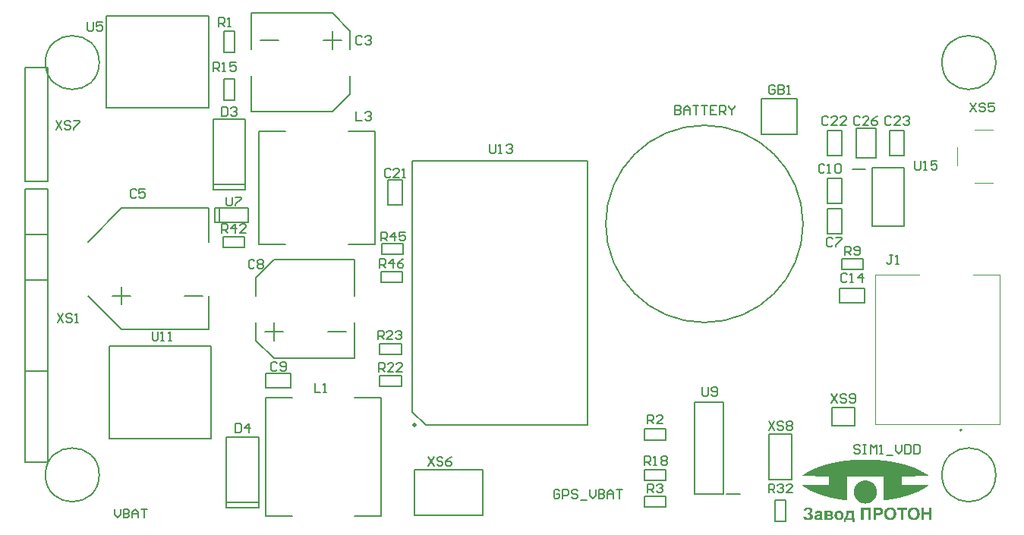
<source format=gto>
G04*
G04 #@! TF.GenerationSoftware,Altium Limited,Altium Designer,22.8.2 (66)*
G04*
G04 Layer_Color=65535*
%FSLAX44Y44*%
%MOMM*%
G71*
G04*
G04 #@! TF.SameCoordinates,4CF3C48C-3265-4FA0-8EEF-0F06EE1AF109*
G04*
G04*
G04 #@! TF.FilePolarity,Positive*
G04*
G01*
G75*
%ADD10C,0.2000*%
%ADD11C,0.5000*%
%ADD12C,0.1500*%
%ADD13C,0.1000*%
G36*
X948514Y77060D02*
X948531Y77026D01*
X948599Y77009D01*
X950756Y76983D01*
X951352Y76967D01*
X951446Y76941D01*
X952375Y76915D01*
X952887Y76898D01*
X953330Y76881D01*
X953424Y76856D01*
X954165Y76830D01*
X954575Y76813D01*
X954916Y76796D01*
X954992Y76770D01*
X955666Y76745D01*
X956007Y76728D01*
X956314Y76711D01*
X956390Y76685D01*
X956510Y76702D01*
X956714Y76668D01*
X957447Y76651D01*
X957498Y76634D01*
X957618Y76617D01*
X957874Y76600D01*
X957925Y76583D01*
X958590Y76566D01*
X958641Y76549D01*
X958709Y76532D01*
X959144Y76506D01*
X959417Y76489D01*
X959655Y76472D01*
X959732Y76446D01*
X960422Y76404D01*
X960627Y76387D01*
X960721Y76361D01*
X961121Y76336D01*
X961360Y76319D01*
X961531Y76302D01*
X961599Y76284D01*
X961624Y76276D01*
X961675Y76293D01*
X961727Y76276D01*
X961897Y76259D01*
X962238Y76242D01*
X962272Y76225D01*
X962323Y76242D01*
X962409Y76208D01*
X962630Y76191D01*
X962681Y76174D01*
X963159Y76157D01*
X963244Y76123D01*
X963559Y76097D01*
X963798Y76080D01*
X963969Y76063D01*
X964062Y76037D01*
X964523Y76003D01*
X964761Y75969D01*
X964812Y75952D01*
X965273Y75918D01*
X965435Y75892D01*
X965520Y75875D01*
X965750Y75850D01*
X966006Y75833D01*
X966040Y75816D01*
X966091Y75833D01*
X966176Y75799D01*
X966389Y75773D01*
X966611Y75756D01*
X966765Y75739D01*
X966858Y75713D01*
X967233Y75679D01*
X967404Y75662D01*
X967540Y75628D01*
X968052Y75577D01*
X968171Y75543D01*
X968393Y75526D01*
X968461Y75509D01*
X968665Y75492D01*
X968717Y75475D01*
X968836Y75458D01*
X968887Y75441D01*
X969194Y75424D01*
X969245Y75406D01*
X969373Y75381D01*
X969509Y75364D01*
X969697Y75347D01*
X969902Y75313D01*
X969970Y75296D01*
X970106Y75279D01*
X970294Y75262D01*
X970379Y75245D01*
X970481Y75227D01*
X970549Y75210D01*
X970703Y75193D01*
X970873Y75176D01*
X970958Y75159D01*
X971027Y75142D01*
X971112Y75125D01*
X971300Y75108D01*
X971385Y75091D01*
X971521Y75074D01*
X971615Y75048D01*
X971683Y75031D01*
X971982Y75006D01*
X972075Y74980D01*
X972143Y74963D01*
X972365Y74946D01*
X972570Y74912D01*
X972774Y74861D01*
X972979Y74844D01*
X973030Y74827D01*
X973149Y74810D01*
X973201Y74793D01*
X973371Y74776D01*
X973516Y74750D01*
X973601Y74733D01*
X973669Y74716D01*
X973823Y74699D01*
X974027Y74665D01*
X974113Y74648D01*
X974206Y74622D01*
X974428Y74605D01*
X974479Y74588D01*
X974547Y74571D01*
X974752Y74537D01*
X974922Y74520D01*
X975008Y74486D01*
X975127Y74469D01*
X975195Y74452D01*
X975383Y74435D01*
X975434Y74418D01*
X975545Y74392D01*
X975613Y74375D01*
X975800Y74358D01*
X975945Y74315D01*
X976312Y74256D01*
X976448Y74222D01*
X976602Y74205D01*
X976704Y74187D01*
X976772Y74170D01*
X976917Y74128D01*
X977139Y74111D01*
X977224Y74077D01*
X977292Y74060D01*
X977411Y74043D01*
X977565Y74026D01*
X977616Y74008D01*
X977735Y73974D01*
X977932Y73949D01*
X978000Y73932D01*
X978093Y73906D01*
X978332Y73872D01*
X978452Y73838D01*
X978588Y73804D01*
X978758Y73787D01*
X978810Y73770D01*
X979014Y73719D01*
X979185Y73702D01*
X979270Y73667D01*
X979338Y73650D01*
X979457Y73633D01*
X979594Y73616D01*
X979679Y73582D01*
X979747Y73565D01*
X979986Y73531D01*
X980071Y73497D01*
X980191Y73480D01*
X980259Y73463D01*
X980387Y73437D01*
X980531Y73395D01*
X980702Y73378D01*
X980753Y73361D01*
X980872Y73327D01*
X980941Y73309D01*
X981103Y73284D01*
X981179Y73258D01*
X981316Y73224D01*
X981469Y73207D01*
X981554Y73173D01*
X981665Y73148D01*
X981802Y73130D01*
X981998Y73071D01*
X982219Y73037D01*
X982305Y73003D01*
X982373Y72986D01*
X982526Y72969D01*
X982611Y72934D01*
X982731Y72900D01*
X982884Y72883D01*
X982969Y72849D01*
X983106Y72815D01*
X983242Y72798D01*
X983327Y72764D01*
X983464Y72730D01*
X983583Y72713D01*
X983668Y72679D01*
X983873Y72645D01*
X983984Y72602D01*
X984052Y72585D01*
X984154Y72568D01*
X984240Y72551D01*
X984325Y72517D01*
X984393Y72500D01*
X984581Y72466D01*
X984691Y72423D01*
X984811Y72406D01*
X984904Y72380D01*
X985049Y72338D01*
X985169Y72321D01*
X985390Y72252D01*
X985510Y72235D01*
X985620Y72193D01*
X985689Y72176D01*
X985859Y72142D01*
X985970Y72099D01*
X986089Y72082D01*
X986226Y72048D01*
X986311Y72014D01*
X986379Y71997D01*
X986507Y71971D01*
X986592Y71937D01*
X986661Y71920D01*
X986763Y71903D01*
X986848Y71869D01*
X986942Y71843D01*
X987087Y71818D01*
X987172Y71784D01*
X987266Y71758D01*
X987394Y71733D01*
X987479Y71698D01*
X987547Y71681D01*
X987649Y71664D01*
X987735Y71630D01*
X987811Y71605D01*
X987879Y71588D01*
X987999Y71571D01*
X988118Y71519D01*
X988238Y71502D01*
X988348Y71460D01*
X988442Y71434D01*
X988510Y71417D01*
X988596Y71400D01*
X988715Y71349D01*
X988851Y71332D01*
X988971Y71281D01*
X989039Y71264D01*
X989167Y71238D01*
X989260Y71196D01*
X989329Y71178D01*
X989456Y71153D01*
X989482Y71127D01*
X989593Y71102D01*
X989695Y71085D01*
X989840Y71025D01*
X989942Y71008D01*
X990028Y70974D01*
X990147Y70940D01*
X990300Y70906D01*
X990420Y70855D01*
X990522Y70837D01*
X990641Y70786D01*
X990710Y70769D01*
X990803Y70744D01*
X990889Y70710D01*
X990957Y70693D01*
X991042Y70676D01*
X991127Y70641D01*
X991204Y70616D01*
X991315Y70590D01*
X991426Y70548D01*
X991562Y70514D01*
X991681Y70462D01*
X991860Y70420D01*
X991954Y70377D01*
X992022Y70360D01*
X992125Y70343D01*
X992244Y70292D01*
X992380Y70258D01*
X992500Y70207D01*
X992636Y70173D01*
X992755Y70121D01*
X992883Y70096D01*
X993028Y70036D01*
X993139Y70011D01*
X993284Y69951D01*
X993386Y69934D01*
X993540Y69866D01*
X993642Y69849D01*
X993676Y69815D01*
X993881Y69763D01*
X994000Y69712D01*
X994111Y69687D01*
X994256Y69627D01*
X994367Y69601D01*
X994443Y69559D01*
X994511Y69542D01*
X994605Y69516D01*
X994631Y69491D01*
X994835Y69440D01*
X994955Y69388D01*
X995176Y69303D01*
X995279Y69286D01*
X995432Y69218D01*
X995526Y69192D01*
X995620Y69150D01*
X995688Y69133D01*
X995910Y69047D01*
X995995Y69030D01*
X996029Y68996D01*
X996097Y68979D01*
X996191Y68954D01*
X996336Y68894D01*
X996430Y68868D01*
X996455Y68843D01*
X996591Y68809D01*
X996677Y68774D01*
X996796Y68723D01*
X996890Y68698D01*
X996966Y68655D01*
X997077Y68630D01*
X997171Y68587D01*
X997256Y68553D01*
X997342Y68536D01*
X997376Y68502D01*
X997444Y68485D01*
X997538Y68459D01*
X997648Y68400D01*
X997751Y68382D01*
X997785Y68348D01*
X997904Y68314D01*
X997972Y68297D01*
X998007Y68263D01*
X998126Y68229D01*
X998194Y68212D01*
X998228Y68178D01*
X998347Y68144D01*
X998501Y68076D01*
X998569Y68059D01*
X998723Y67990D01*
X998791Y67973D01*
X998944Y67905D01*
X999012Y67888D01*
X999098Y67837D01*
X999166Y67820D01*
X999319Y67752D01*
X999387Y67735D01*
X999541Y67666D01*
X999652Y67624D01*
X999677Y67598D01*
X999771Y67573D01*
X999856Y67538D01*
X999882Y67513D01*
X999950Y67496D01*
X1000044Y67470D01*
X1000086Y67428D01*
X1000197Y67402D01*
X1000376Y67325D01*
X1000530Y67257D01*
X1000615Y67223D01*
X1000734Y67172D01*
X1000803Y67155D01*
X1000837Y67121D01*
X1000922Y67087D01*
X1001007Y67070D01*
X1001041Y67036D01*
X1001126Y67002D01*
X1001195Y66984D01*
X1001229Y66950D01*
X1001297Y66933D01*
X1001408Y66891D01*
X1001450Y66848D01*
X1001578Y66823D01*
X1001621Y66780D01*
X1001715Y66754D01*
X1001825Y66695D01*
X1001894Y66677D01*
X1002269Y66507D01*
X1002337Y66490D01*
X1002388Y66439D01*
X1002490Y66422D01*
X1002524Y66388D01*
X1002610Y66354D01*
X1002797Y66268D01*
X1002882Y66234D01*
X1003002Y66183D01*
X1003087Y66132D01*
X1003172Y66098D01*
X1003223Y66081D01*
X1003309Y66030D01*
X1003394Y65996D01*
X1003513Y65944D01*
X1003735Y65842D01*
X1003769Y65825D01*
X1004059Y65689D01*
X1004246Y65603D01*
X1004280Y65586D01*
X1004314Y65552D01*
X1004451Y65501D01*
X1004485Y65467D01*
X1004621Y65433D01*
X1004672Y65382D01*
X1004766Y65356D01*
X1004792Y65331D01*
X1004826Y65314D01*
X1004911Y65279D01*
X1004945Y65262D01*
X1004979Y65228D01*
X1005116Y65177D01*
X1005150Y65143D01*
X1005218Y65126D01*
X1005303Y65075D01*
X1005389Y65041D01*
X1005474Y64990D01*
X1005559Y64956D01*
X1005593Y64939D01*
X1005678Y64887D01*
X1005764Y64853D01*
X1005798Y64819D01*
X1005934Y64768D01*
X1005968Y64734D01*
X1006036Y64717D01*
X1006122Y64666D01*
X1006207Y64632D01*
X1006292Y64580D01*
X1006412Y64512D01*
X1006531Y64461D01*
X1006565Y64444D01*
X1006599Y64410D01*
X1006736Y64359D01*
X1006769Y64325D01*
X1006880Y64282D01*
X1006923Y64240D01*
X1007034Y64197D01*
X1007145Y64137D01*
X1007179Y64120D01*
X1007213Y64086D01*
X1007298Y64052D01*
X1007520Y63933D01*
X1008440Y63421D01*
X1008560Y63353D01*
X1008713Y63268D01*
X1008832Y63200D01*
X1008986Y63114D01*
X1009105Y63046D01*
X1009259Y62961D01*
X1009293Y62927D01*
X1009378Y62893D01*
X1009412Y62859D01*
X1009566Y62773D01*
X1009685Y62705D01*
X1009719Y62671D01*
X1009787Y62654D01*
X1009821Y62620D01*
X1009855Y62603D01*
X1010094Y62467D01*
X1010128Y62432D01*
X1010486Y62228D01*
X1010537Y62177D01*
X1010605Y62160D01*
X1010657Y62108D01*
X1010895Y61972D01*
X1010929Y61938D01*
X1011168Y61802D01*
X1011202Y61768D01*
X1011253Y61750D01*
X1011304Y61699D01*
X1011543Y61563D01*
X1011577Y61529D01*
X1011663Y61478D01*
X1011697Y61444D01*
X1011765Y61427D01*
X1011816Y61375D01*
X1011901Y61324D01*
X1012021Y61256D01*
X1012072Y61205D01*
X1012157Y61154D01*
X1012276Y61086D01*
X1012327Y61034D01*
X1012413Y60983D01*
X1012575Y60872D01*
X1012668Y60813D01*
X1012711Y60787D01*
X1012720Y60779D01*
X1012839Y60693D01*
X1012873Y60676D01*
X1012907Y60642D01*
X1012992Y60591D01*
X1013044Y60540D01*
X1013095Y60523D01*
X1013129Y60489D01*
X1013163Y60472D01*
X1013521Y60216D01*
X1013555Y60199D01*
X1013606Y60148D01*
X1013691Y60097D01*
X1013726Y60063D01*
X1013811Y60012D01*
X1013845Y59977D01*
X1013930Y59926D01*
X1013964Y59892D01*
X1014049Y59841D01*
X1014083Y59807D01*
X1014160Y59764D01*
X1014169Y59739D01*
X1014254Y59688D01*
X1014288Y59653D01*
X1014373Y59602D01*
X1014407Y59568D01*
X1014442Y59551D01*
X1014484Y59526D01*
X1014493Y59500D01*
X1014527Y59483D01*
X1014621Y59406D01*
X1014714Y59347D01*
X1014748Y59313D01*
X1014782Y59295D01*
X1014834Y59244D01*
X1014868Y59227D01*
X1014919Y59176D01*
X1014953Y59159D01*
X1015047Y59082D01*
X1015192Y58972D01*
X1015217Y58963D01*
X1015234Y58929D01*
X1015328Y58869D01*
X1015379Y58818D01*
X1015413Y58801D01*
X1015464Y58750D01*
X1015550Y58699D01*
X1015618Y58630D01*
X1015652Y58614D01*
X1015686Y58579D01*
X1015720Y58562D01*
X1015729Y58503D01*
X985211Y58486D01*
X985194Y58435D01*
X985211Y48955D01*
X985237Y48930D01*
X1015737Y48913D01*
X1015746Y48887D01*
X1015686Y48828D01*
X1015652Y48810D01*
X1015618Y48776D01*
X1015584Y48759D01*
X1015516Y48691D01*
X1015481Y48674D01*
X1015430Y48623D01*
X1015396Y48606D01*
X1015303Y48529D01*
X1015243Y48486D01*
X1015209Y48452D01*
X1015175Y48435D01*
X1015106Y48367D01*
X1015021Y48316D01*
X1014987Y48282D01*
X1014953Y48265D01*
X1014902Y48214D01*
X1014817Y48163D01*
X1014765Y48111D01*
X1014731Y48094D01*
X1014680Y48043D01*
X1014595Y47992D01*
X1014561Y47958D01*
X1014527Y47941D01*
X1014459Y47873D01*
X1014373Y47822D01*
X1014339Y47787D01*
X1014254Y47736D01*
X1014220Y47702D01*
X1014186Y47685D01*
X1014135Y47634D01*
X1014049Y47583D01*
X1014015Y47549D01*
X1013930Y47498D01*
X1013896Y47464D01*
X1013862Y47446D01*
X1013811Y47395D01*
X1013726Y47344D01*
X1013691Y47310D01*
X1013606Y47259D01*
X1013572Y47225D01*
X1013487Y47174D01*
X1013453Y47140D01*
X1013367Y47088D01*
X1013248Y47003D01*
X1013214Y46969D01*
X1013163Y46952D01*
X1013112Y46901D01*
X1012992Y46833D01*
X1012958Y46799D01*
X1012873Y46747D01*
X1012754Y46662D01*
X1012541Y46517D01*
X1012515Y46492D01*
X1012430Y46441D01*
X1012396Y46406D01*
X1012310Y46372D01*
X1012259Y46321D01*
X1012174Y46270D01*
X1012055Y46202D01*
X1012003Y46151D01*
X1011918Y46100D01*
X1011799Y46031D01*
X1011765Y45997D01*
X1011646Y45929D01*
X1011526Y45844D01*
X1011407Y45776D01*
X1011373Y45742D01*
X1011322Y45725D01*
X1011270Y45673D01*
X1011185Y45639D01*
X1011134Y45588D01*
X1011049Y45554D01*
X1010998Y45503D01*
X1010929Y45486D01*
X1010861Y45418D01*
X1010776Y45384D01*
X1010742Y45349D01*
X1010503Y45213D01*
X1010469Y45179D01*
X1010375Y45136D01*
X1010367Y45111D01*
X1010282Y45077D01*
X1010247Y45060D01*
X1010196Y45009D01*
X1009975Y44889D01*
X1009941Y44855D01*
X1009855Y44821D01*
X1009804Y44770D01*
X1009719Y44736D01*
X1009685Y44702D01*
X1009600Y44668D01*
X1009566Y44651D01*
X1009531Y44616D01*
X1009412Y44548D01*
X1009259Y44463D01*
X1009139Y44395D01*
X1008986Y44310D01*
X1008952Y44275D01*
X1008884Y44258D01*
X1008832Y44207D01*
X1008747Y44173D01*
X1008713Y44156D01*
X1008679Y44122D01*
X1008594Y44088D01*
X1008492Y44020D01*
X1008440Y44003D01*
X1008406Y43969D01*
X1008321Y43934D01*
X1008287Y43917D01*
X1008236Y43866D01*
X1008167Y43849D01*
X1008065Y43781D01*
X1007810Y43645D01*
X1007503Y43474D01*
X1007417Y43440D01*
X1007383Y43423D01*
X1007349Y43389D01*
X1007264Y43355D01*
X1007230Y43338D01*
X1007196Y43304D01*
X1007085Y43261D01*
X1007042Y43218D01*
X1006932Y43176D01*
X1006906Y43150D01*
X1006821Y43116D01*
X1006599Y42997D01*
X1006105Y42741D01*
X1004860Y42127D01*
X1004229Y41820D01*
X1003513Y41479D01*
X1003462Y41462D01*
X1003377Y41411D01*
X1003266Y41369D01*
X1003095Y41283D01*
X1003002Y41241D01*
X1002934Y41224D01*
X1002899Y41190D01*
X1002814Y41156D01*
X1002746Y41138D01*
X1002712Y41104D01*
X1002627Y41070D01*
X1002559Y41053D01*
X1002524Y41019D01*
X1002362Y40960D01*
X1002286Y40917D01*
X1002175Y40874D01*
X1002149Y40849D01*
X1002081Y40832D01*
X1001894Y40746D01*
X1001825Y40729D01*
X1001791Y40695D01*
X1001629Y40635D01*
X1001553Y40593D01*
X1001484Y40576D01*
X1001450Y40559D01*
X1001331Y40508D01*
X1001143Y40422D01*
X1001075Y40405D01*
X1000973Y40337D01*
X1000888Y40320D01*
X1000581Y40184D01*
X1000470Y40141D01*
X1000444Y40115D01*
X1000376Y40099D01*
X1000283Y40073D01*
X1000240Y40030D01*
X1000172Y40013D01*
X1000061Y39971D01*
X999967Y39928D01*
X999899Y39911D01*
X999865Y39877D01*
X999797Y39860D01*
X999686Y39817D01*
X999592Y39774D01*
X999524Y39757D01*
X999370Y39689D01*
X999259Y39647D01*
X999166Y39604D01*
X999072Y39578D01*
X999046Y39553D01*
X998833Y39476D01*
X998808Y39451D01*
X998697Y39425D01*
X998518Y39348D01*
X998450Y39331D01*
X998330Y39280D01*
X998245Y39246D01*
X998126Y39195D01*
X998032Y39169D01*
X998007Y39144D01*
X997887Y39110D01*
X997734Y39042D01*
X997665Y39024D01*
X997512Y38956D01*
X997418Y38931D01*
X997359Y38905D01*
X997273Y38871D01*
X997205Y38854D01*
X997171Y38837D01*
X997052Y38786D01*
X996966Y38769D01*
X996932Y38735D01*
X996796Y38700D01*
X996643Y38632D01*
X996574Y38615D01*
X996353Y38530D01*
X996259Y38504D01*
X996233Y38479D01*
X996097Y38445D01*
X995978Y38394D01*
X995764Y38317D01*
X995671Y38291D01*
X995551Y38240D01*
X995466Y38206D01*
X995364Y38189D01*
X995330Y38155D01*
X995125Y38104D01*
X995091Y38070D01*
X994980Y38044D01*
X994895Y38010D01*
X994784Y37967D01*
X994682Y37950D01*
X994529Y37882D01*
X994426Y37865D01*
X994392Y37831D01*
X994256Y37797D01*
X994136Y37746D01*
X994000Y37712D01*
X993881Y37661D01*
X993744Y37626D01*
X993625Y37575D01*
X993488Y37541D01*
X993369Y37490D01*
X993301Y37473D01*
X993190Y37430D01*
X993045Y37388D01*
X992977Y37371D01*
X992858Y37320D01*
X992730Y37294D01*
X992585Y37234D01*
X992483Y37217D01*
X992329Y37149D01*
X992201Y37123D01*
X992108Y37081D01*
X992039Y37064D01*
X991946Y37038D01*
X991852Y36996D01*
X991673Y36953D01*
X991579Y36910D01*
X991460Y36893D01*
X991306Y36825D01*
X991178Y36799D01*
X991093Y36765D01*
X990999Y36740D01*
X990889Y36714D01*
X990795Y36672D01*
X990727Y36655D01*
X990624Y36638D01*
X990505Y36586D01*
X990437Y36569D01*
X990343Y36544D01*
X990232Y36501D01*
X990104Y36476D01*
X990045Y36450D01*
X989959Y36416D01*
X989815Y36390D01*
X989721Y36348D01*
X989542Y36305D01*
X989456Y36271D01*
X989388Y36254D01*
X989286Y36237D01*
X989201Y36203D01*
X989056Y36160D01*
X988953Y36143D01*
X988834Y36092D01*
X988655Y36049D01*
X988544Y36007D01*
X988408Y35990D01*
X988289Y35939D01*
X988221Y35921D01*
X988118Y35905D01*
X988033Y35870D01*
X987914Y35836D01*
X987811Y35819D01*
X987692Y35768D01*
X987547Y35742D01*
X987351Y35683D01*
X987172Y35640D01*
X987061Y35598D01*
X986916Y35572D01*
X986805Y35529D01*
X986737Y35512D01*
X986601Y35495D01*
X986481Y35444D01*
X986362Y35427D01*
X986294Y35410D01*
X986209Y35376D01*
X986072Y35342D01*
X985970Y35325D01*
X985885Y35291D01*
X985817Y35274D01*
X985638Y35231D01*
X985561Y35206D01*
X985493Y35188D01*
X985348Y35163D01*
X985263Y35129D01*
X985194Y35112D01*
X985092Y35095D01*
X985024Y35078D01*
X984879Y35035D01*
X984811Y35018D01*
X984691Y35001D01*
X984606Y34967D01*
X984470Y34933D01*
X984350Y34916D01*
X984265Y34881D01*
X984197Y34864D01*
X984078Y34848D01*
X983967Y34805D01*
X983899Y34788D01*
X983796Y34771D01*
X983660Y34737D01*
X983566Y34711D01*
X983498Y34694D01*
X983362Y34677D01*
X983242Y34626D01*
X983123Y34609D01*
X982995Y34583D01*
X982884Y34541D01*
X982637Y34498D01*
X982526Y34455D01*
X982356Y34438D01*
X982305Y34421D01*
X982219Y34387D01*
X982100Y34370D01*
X981989Y34344D01*
X981921Y34327D01*
X981827Y34302D01*
X981759Y34285D01*
X981589Y34268D01*
X981503Y34234D01*
X981384Y34200D01*
X981230Y34183D01*
X981145Y34148D01*
X981077Y34131D01*
X980830Y34089D01*
X980685Y34046D01*
X980523Y34021D01*
X980318Y33969D01*
X980114Y33935D01*
X979969Y33893D01*
X979901Y33876D01*
X979713Y33859D01*
X979662Y33842D01*
X979577Y33807D01*
X979457Y33790D01*
X979313Y33765D01*
X979244Y33748D01*
X979167Y33722D01*
X978903Y33680D01*
X978810Y33654D01*
X978741Y33637D01*
X978562Y33611D01*
X978358Y33560D01*
X978136Y33526D01*
X978068Y33509D01*
X977974Y33484D01*
X977855Y33466D01*
X977710Y33441D01*
X977616Y33415D01*
X977548Y33398D01*
X977429Y33381D01*
X977284Y33356D01*
X977198Y33339D01*
X977062Y33305D01*
X976926Y33287D01*
X976781Y33262D01*
X976695Y33228D01*
X976465Y33202D01*
X976380Y33185D01*
X976286Y33160D01*
X976218Y33143D01*
X976013Y33126D01*
X975928Y33091D01*
X975783Y33066D01*
X975647Y33049D01*
X975485Y33023D01*
X975400Y32989D01*
X975170Y32964D01*
X975084Y32947D01*
X974982Y32929D01*
X974888Y32904D01*
X974820Y32887D01*
X974615Y32870D01*
X974530Y32836D01*
X974334Y32810D01*
X974164Y32793D01*
X974096Y32776D01*
X974002Y32750D01*
X973934Y32733D01*
X973669Y32708D01*
X973601Y32691D01*
X973524Y32665D01*
X973354Y32648D01*
X973115Y32614D01*
X973030Y32580D01*
X972646Y32537D01*
X972553Y32512D01*
X972433Y32495D01*
X972365Y32478D01*
X972160Y32461D01*
X972109Y32444D01*
X971964Y32418D01*
X971581Y32375D01*
X971496Y32341D01*
X971376Y32324D01*
X971129Y32299D01*
X971061Y32282D01*
X970958Y32265D01*
X970873Y32248D01*
X970686Y32231D01*
X970549Y32213D01*
X970413Y32179D01*
X970183Y32154D01*
X969970Y32128D01*
X969902Y32111D01*
X969808Y32085D01*
X969492Y32060D01*
X969330Y32034D01*
X969279Y32017D01*
X969211Y32000D01*
X968904Y31983D01*
X968853Y31966D01*
X968734Y31949D01*
X968682Y31932D01*
X968418Y31906D01*
X968265Y31890D01*
X968077Y31855D01*
X967941Y31838D01*
X967753Y31821D01*
X967600Y31804D01*
X967515Y31787D01*
X967412Y31770D01*
X967327Y31753D01*
X967054Y31736D01*
X966969Y31719D01*
X966867Y31702D01*
X966517Y31659D01*
X966279Y31642D01*
X966227Y31625D01*
X966066Y31600D01*
X965878Y31583D01*
X965656Y31566D01*
X965486Y31532D01*
X965332Y31514D01*
X965128Y31497D01*
X965068Y31489D01*
X965008Y31532D01*
X964992Y58469D01*
X964966Y58494D01*
X924151Y58477D01*
X924126Y58400D01*
X924109Y31514D01*
X924083Y31489D01*
X923861Y31506D01*
X923563Y31549D01*
X923478Y31566D01*
X923256Y31583D01*
X923068Y31600D01*
X922966Y31617D01*
X922881Y31634D01*
X922745Y31651D01*
X922523Y31668D01*
X922386Y31685D01*
X922165Y31719D01*
X922080Y31736D01*
X921807Y31753D01*
X921722Y31770D01*
X921619Y31787D01*
X921534Y31804D01*
X921381Y31821D01*
X921193Y31838D01*
X921057Y31855D01*
X920988Y31872D01*
X920758Y31898D01*
X920639Y31915D01*
X920409Y31941D01*
X920315Y31966D01*
X920145Y31983D01*
X920025Y32000D01*
X919821Y32017D01*
X919735Y32051D01*
X919463Y32069D01*
X919395Y32085D01*
X919241Y32103D01*
X919190Y32120D01*
X919122Y32137D01*
X918900Y32154D01*
X918678Y32188D01*
X918627Y32205D01*
X918508Y32222D01*
X918337Y32239D01*
X918201Y32256D01*
X918150Y32273D01*
X918005Y32299D01*
X917869Y32316D01*
X917681Y32333D01*
X917613Y32350D01*
X917536Y32375D01*
X917323Y32401D01*
X917170Y32418D01*
X917084Y32435D01*
X916982Y32452D01*
X916888Y32478D01*
X916633Y32495D01*
X916581Y32512D01*
X916488Y32537D01*
X916385Y32554D01*
X916215Y32571D01*
X916078Y32589D01*
X916002Y32614D01*
X915934Y32631D01*
X915669Y32657D01*
X915584Y32674D01*
X915490Y32699D01*
X915422Y32716D01*
X915192Y32742D01*
X915090Y32759D01*
X914996Y32785D01*
X914928Y32802D01*
X914689Y32819D01*
X914638Y32836D01*
X914553Y32853D01*
X914501Y32870D01*
X914433Y32887D01*
X914212Y32904D01*
X914126Y32938D01*
X913964Y32964D01*
X913734Y32989D01*
X913564Y33040D01*
X913351Y33066D01*
X913282Y33083D01*
X913197Y33100D01*
X913129Y33117D01*
X913027Y33134D01*
X912873Y33151D01*
X912805Y33168D01*
X912711Y33194D01*
X912473Y33228D01*
X912285Y33279D01*
X912072Y33305D01*
X911936Y33339D01*
X911765Y33373D01*
X911544Y33407D01*
X911450Y33432D01*
X911382Y33449D01*
X911262Y33466D01*
X911134Y33492D01*
X910998Y33526D01*
X910896Y33543D01*
X910708Y33577D01*
X910614Y33603D01*
X910495Y33620D01*
X910427Y33637D01*
X910290Y33654D01*
X910205Y33688D01*
X909958Y33731D01*
X909822Y33765D01*
X909736Y33782D01*
X909600Y33799D01*
X909532Y33816D01*
X909455Y33842D01*
X909387Y33859D01*
X909148Y33893D01*
X909097Y33910D01*
X908978Y33944D01*
X908816Y33969D01*
X908611Y34021D01*
X908407Y34055D01*
X908296Y34097D01*
X908031Y34140D01*
X907938Y34165D01*
X907818Y34200D01*
X907665Y34217D01*
X907580Y34251D01*
X907512Y34268D01*
X907392Y34285D01*
X907290Y34302D01*
X907205Y34336D01*
X907136Y34353D01*
X906889Y34396D01*
X906778Y34438D01*
X906582Y34464D01*
X906471Y34506D01*
X906352Y34523D01*
X906284Y34541D01*
X906199Y34558D01*
X906114Y34592D01*
X905994Y34609D01*
X905866Y34634D01*
X905755Y34677D01*
X905636Y34694D01*
X905525Y34720D01*
X905380Y34762D01*
X905261Y34779D01*
X905039Y34848D01*
X904894Y34873D01*
X904698Y34933D01*
X904562Y34950D01*
X904477Y34984D01*
X904357Y35018D01*
X904221Y35035D01*
X904102Y35086D01*
X903982Y35103D01*
X903872Y35129D01*
X903761Y35171D01*
X903599Y35197D01*
X903403Y35257D01*
X903335Y35274D01*
X903232Y35291D01*
X903147Y35325D01*
X903079Y35342D01*
X902951Y35367D01*
X902840Y35410D01*
X902721Y35427D01*
X902584Y35461D01*
X902499Y35495D01*
X902431Y35512D01*
X902303Y35538D01*
X902218Y35572D01*
X902150Y35589D01*
X902047Y35606D01*
X901936Y35649D01*
X901868Y35666D01*
X901689Y35708D01*
X901544Y35751D01*
X901391Y35785D01*
X901306Y35819D01*
X901237Y35836D01*
X901127Y35862D01*
X901041Y35896D01*
X900973Y35913D01*
X900871Y35930D01*
X900786Y35964D01*
X900692Y35990D01*
X900624Y36007D01*
X900530Y36032D01*
X900453Y36058D01*
X900385Y36075D01*
X900232Y36109D01*
X900112Y36160D01*
X899984Y36186D01*
X899874Y36228D01*
X899805Y36245D01*
X899678Y36271D01*
X899584Y36314D01*
X899405Y36356D01*
X899294Y36399D01*
X899149Y36425D01*
X899055Y36467D01*
X898919Y36501D01*
X898825Y36527D01*
X898714Y36569D01*
X898612Y36586D01*
X898493Y36638D01*
X898425Y36655D01*
X898322Y36672D01*
X898203Y36723D01*
X898135Y36740D01*
X898041Y36765D01*
X897947Y36808D01*
X897828Y36825D01*
X897674Y36893D01*
X897555Y36910D01*
X897402Y36978D01*
X897265Y36996D01*
X897112Y37064D01*
X897009Y37081D01*
X896924Y37132D01*
X896805Y37149D01*
X896583Y37234D01*
X896481Y37251D01*
X896362Y37302D01*
X896225Y37337D01*
X896106Y37388D01*
X895995Y37413D01*
X895901Y37456D01*
X895833Y37473D01*
X895739Y37499D01*
X895646Y37541D01*
X895577Y37558D01*
X895483Y37584D01*
X895390Y37626D01*
X895279Y37652D01*
X895194Y37686D01*
X895117Y37712D01*
X895049Y37729D01*
X894930Y37780D01*
X894861Y37797D01*
X894640Y37882D01*
X894529Y37908D01*
X894435Y37950D01*
X894367Y37967D01*
X894273Y37993D01*
X894248Y38019D01*
X894128Y38053D01*
X894034Y38078D01*
X894009Y38104D01*
X893941Y38121D01*
X893847Y38146D01*
X893702Y38206D01*
X893608Y38232D01*
X893463Y38291D01*
X893370Y38317D01*
X893276Y38359D01*
X893207Y38377D01*
X892986Y38462D01*
X892892Y38487D01*
X892867Y38513D01*
X892798Y38530D01*
X892705Y38556D01*
X892611Y38598D01*
X892492Y38632D01*
X892338Y38700D01*
X892227Y38726D01*
X892116Y38786D01*
X892014Y38803D01*
X891980Y38837D01*
X891912Y38854D01*
X891690Y38939D01*
X891622Y38956D01*
X891469Y39024D01*
X891375Y39050D01*
X891298Y39093D01*
X891230Y39110D01*
X891119Y39152D01*
X891094Y39178D01*
X891025Y39195D01*
X890940Y39212D01*
X890906Y39246D01*
X890787Y39280D01*
X890633Y39348D01*
X890565Y39365D01*
X890412Y39434D01*
X890343Y39451D01*
X890190Y39519D01*
X890079Y39561D01*
X890053Y39587D01*
X889943Y39613D01*
X889764Y39689D01*
X889696Y39706D01*
X889661Y39741D01*
X889593Y39757D01*
X889482Y39800D01*
X889389Y39843D01*
X889320Y39860D01*
X889286Y39877D01*
X889167Y39928D01*
X888979Y40013D01*
X888894Y40030D01*
X888843Y40081D01*
X888690Y40115D01*
X888639Y40167D01*
X888528Y40192D01*
X888417Y40252D01*
X888323Y40278D01*
X888246Y40320D01*
X888110Y40371D01*
X887991Y40422D01*
X887803Y40508D01*
X887735Y40525D01*
X887701Y40559D01*
X887581Y40593D01*
X887547Y40610D01*
X887513Y40644D01*
X887445Y40661D01*
X887334Y40704D01*
X887309Y40729D01*
X887240Y40746D01*
X887053Y40832D01*
X886985Y40849D01*
X886951Y40883D01*
X886865Y40917D01*
X886814Y40934D01*
X886780Y40968D01*
X886712Y40985D01*
X886601Y41028D01*
X886575Y41053D01*
X886414Y41113D01*
X886388Y41138D01*
X886252Y41190D01*
X886132Y41241D01*
X885808Y41394D01*
X885723Y41428D01*
X885689Y41462D01*
X885621Y41479D01*
X885536Y41514D01*
X885450Y41565D01*
X885365Y41599D01*
X885331Y41633D01*
X885195Y41667D01*
X885143Y41718D01*
X885050Y41744D01*
X884990Y41786D01*
X884905Y41820D01*
X884837Y41838D01*
X884802Y41872D01*
X884692Y41914D01*
X884666Y41940D01*
X884581Y41974D01*
X884325Y42110D01*
X884240Y42144D01*
X884172Y42161D01*
X884138Y42196D01*
X884027Y42238D01*
X883916Y42298D01*
X883012Y42758D01*
X882688Y42929D01*
X882603Y42963D01*
X882518Y43014D01*
X882365Y43099D01*
X882279Y43133D01*
X882245Y43150D01*
X882092Y43235D01*
X882058Y43270D01*
X881989Y43287D01*
X881904Y43338D01*
X881751Y43423D01*
X881461Y43576D01*
X880694Y44003D01*
X880574Y44071D01*
X880421Y44156D01*
X880293Y44216D01*
X880285Y44241D01*
X880199Y44275D01*
X880165Y44292D01*
X880131Y44327D01*
X879978Y44412D01*
X879858Y44480D01*
X879705Y44565D01*
X879585Y44633D01*
X879551Y44668D01*
X879466Y44702D01*
X879432Y44736D01*
X879313Y44804D01*
X879159Y44889D01*
X879125Y44923D01*
X879057Y44940D01*
X879006Y44991D01*
X878921Y45026D01*
X878869Y45077D01*
X878784Y45111D01*
X878750Y45145D01*
X878512Y45281D01*
X878477Y45315D01*
X878239Y45452D01*
X878205Y45486D01*
X878085Y45554D01*
X877915Y45656D01*
X877881Y45673D01*
X877761Y45759D01*
X877727Y45776D01*
X877693Y45810D01*
X877608Y45844D01*
X877557Y45895D01*
X877471Y45946D01*
X877352Y46014D01*
X877301Y46066D01*
X877233Y46083D01*
X877165Y46151D01*
X877113Y46168D01*
X877062Y46219D01*
X876943Y46287D01*
X876824Y46372D01*
X876704Y46441D01*
X876670Y46475D01*
X876585Y46526D01*
X876551Y46560D01*
X876517Y46577D01*
X876483Y46611D01*
X876363Y46679D01*
X876329Y46713D01*
X876244Y46764D01*
X876074Y46884D01*
X876039Y46901D01*
X876005Y46935D01*
X875971Y46952D01*
X875877Y47029D01*
X875784Y47088D01*
X875681Y47157D01*
X875647Y47174D01*
X875613Y47208D01*
X875579Y47225D01*
X875528Y47276D01*
X875443Y47327D01*
X875409Y47361D01*
X875323Y47412D01*
X875289Y47446D01*
X875204Y47498D01*
X875170Y47532D01*
X875085Y47583D01*
X875051Y47617D01*
X875016Y47634D01*
X874965Y47685D01*
X874880Y47736D01*
X874846Y47770D01*
X874761Y47822D01*
X874727Y47856D01*
X874693Y47873D01*
X874641Y47924D01*
X874607Y47941D01*
X874513Y48018D01*
X874420Y48077D01*
X874369Y48128D01*
X874334Y48145D01*
X874283Y48197D01*
X874249Y48214D01*
X874198Y48265D01*
X874113Y48316D01*
X874079Y48350D01*
X874045Y48367D01*
X873951Y48444D01*
X873900Y48478D01*
X873891Y48503D01*
X873857Y48521D01*
X873763Y48597D01*
X873618Y48708D01*
X873593Y48717D01*
X873584Y48742D01*
X873550Y48759D01*
X873516Y48793D01*
X873482Y48810D01*
X873448Y48844D01*
X873414Y48861D01*
X873405Y48904D01*
X873431Y48930D01*
X903931Y48947D01*
X903948Y49015D01*
X903957Y58400D01*
X903940Y58451D01*
X903923Y58486D01*
X873422Y58503D01*
X873405Y58537D01*
X873465Y58596D01*
X873499Y58614D01*
X873550Y58665D01*
X873584Y58682D01*
X873653Y58750D01*
X873687Y58767D01*
X873738Y58818D01*
X873814Y58861D01*
X873823Y58886D01*
X873857Y58903D01*
X873951Y58980D01*
X874011Y59023D01*
X874062Y59074D01*
X874147Y59125D01*
X874181Y59159D01*
X874215Y59176D01*
X874266Y59227D01*
X874300Y59244D01*
X874369Y59313D01*
X874454Y59364D01*
X874488Y59398D01*
X874522Y59415D01*
X874573Y59466D01*
X874658Y59517D01*
X874693Y59551D01*
X874727Y59568D01*
X874880Y59688D01*
X875093Y59850D01*
X875212Y59918D01*
X875221Y59943D01*
X875255Y59960D01*
X875349Y60037D01*
X875443Y60097D01*
X875477Y60131D01*
X875562Y60182D01*
X875920Y60438D01*
X876133Y60583D01*
X876176Y60625D01*
X876227Y60642D01*
X876278Y60693D01*
X876363Y60745D01*
X876483Y60830D01*
X876602Y60898D01*
X876653Y60949D01*
X876738Y61000D01*
X876858Y61069D01*
X876909Y61120D01*
X876960Y61137D01*
X877011Y61188D01*
X877096Y61239D01*
X877216Y61307D01*
X877267Y61358D01*
X877318Y61375D01*
X877352Y61410D01*
X877471Y61478D01*
X877506Y61512D01*
X877591Y61563D01*
X877710Y61631D01*
X877812Y61699D01*
X877847Y61716D01*
X877881Y61750D01*
X878000Y61819D01*
X878188Y61938D01*
X878222Y61955D01*
X878256Y61989D01*
X878494Y62126D01*
X878529Y62160D01*
X878614Y62194D01*
X878665Y62245D01*
X878750Y62279D01*
X878784Y62313D01*
X878938Y62398D01*
X879057Y62467D01*
X879091Y62501D01*
X879159Y62518D01*
X879211Y62569D01*
X879449Y62705D01*
X879483Y62739D01*
X879594Y62782D01*
X879637Y62825D01*
X879858Y62944D01*
X880029Y63046D01*
X880182Y63131D01*
X880421Y63268D01*
X880591Y63370D01*
X881205Y63711D01*
X881461Y63847D01*
X881495Y63882D01*
X881563Y63899D01*
X881648Y63950D01*
X881955Y64120D01*
X882842Y64580D01*
X883200Y64768D01*
X883285Y64802D01*
X883541Y64939D01*
X883592Y64956D01*
X884018Y65177D01*
X884103Y65211D01*
X884359Y65348D01*
X884410Y65365D01*
X884598Y65450D01*
X885092Y65689D01*
X885450Y65859D01*
X885536Y65893D01*
X885570Y65927D01*
X885638Y65944D01*
X885825Y66030D01*
X885911Y66081D01*
X885962Y66098D01*
X886073Y66140D01*
X886115Y66183D01*
X886217Y66200D01*
X886320Y66268D01*
X886388Y66285D01*
X886575Y66371D01*
X886610Y66388D01*
X886729Y66439D01*
X886763Y66456D01*
X886848Y66507D01*
X886942Y66533D01*
X886968Y66558D01*
X887053Y66592D01*
X887121Y66609D01*
X887155Y66644D01*
X887240Y66677D01*
X887334Y66703D01*
X887445Y66763D01*
X887513Y66780D01*
X887547Y66814D01*
X887667Y66848D01*
X887701Y66865D01*
X887786Y66916D01*
X887880Y66942D01*
X887991Y67002D01*
X888084Y67027D01*
X888110Y67053D01*
X888195Y67087D01*
X888289Y67112D01*
X888332Y67155D01*
X888468Y67189D01*
X888775Y67325D01*
X888962Y67411D01*
X889056Y67436D01*
X889082Y67462D01*
X889167Y67496D01*
X889252Y67513D01*
X889337Y67564D01*
X889406Y67581D01*
X889593Y67666D01*
X889661Y67683D01*
X889696Y67717D01*
X889832Y67752D01*
X889985Y67820D01*
X890096Y67863D01*
X890122Y67888D01*
X890190Y67905D01*
X890284Y67931D01*
X890309Y67956D01*
X890395Y67990D01*
X890497Y68007D01*
X890548Y68059D01*
X890676Y68084D01*
X890787Y68144D01*
X890880Y68169D01*
X891025Y68229D01*
X891136Y68272D01*
X891162Y68297D01*
X891264Y68314D01*
X891451Y68400D01*
X891537Y68417D01*
X891690Y68485D01*
X891758Y68502D01*
X891793Y68536D01*
X891861Y68553D01*
X891954Y68579D01*
X892099Y68638D01*
X892168Y68655D01*
X892321Y68723D01*
X892415Y68749D01*
X892492Y68792D01*
X892560Y68809D01*
X892653Y68834D01*
X892798Y68894D01*
X892867Y68911D01*
X892986Y68962D01*
X893054Y68979D01*
X893207Y69047D01*
X893318Y69073D01*
X893344Y69099D01*
X893463Y69133D01*
X893685Y69218D01*
X893779Y69243D01*
X893872Y69286D01*
X893941Y69303D01*
X894034Y69329D01*
X894128Y69371D01*
X894196Y69388D01*
X894350Y69457D01*
X894478Y69482D01*
X894571Y69525D01*
X894708Y69559D01*
X894742Y69593D01*
X894947Y69644D01*
X895066Y69695D01*
X895202Y69729D01*
X895322Y69780D01*
X895432Y69806D01*
X895509Y69849D01*
X895577Y69866D01*
X895688Y69891D01*
X895765Y69934D01*
X895833Y69951D01*
X895935Y69968D01*
X895969Y70002D01*
X896174Y70053D01*
X896293Y70104D01*
X896362Y70121D01*
X896464Y70138D01*
X896498Y70173D01*
X896566Y70190D01*
X896677Y70215D01*
X896822Y70275D01*
X896933Y70300D01*
X897018Y70335D01*
X897206Y70386D01*
X897299Y70428D01*
X897367Y70445D01*
X897470Y70462D01*
X897589Y70514D01*
X897657Y70531D01*
X897751Y70556D01*
X897845Y70599D01*
X897973Y70624D01*
X898066Y70667D01*
X898135Y70684D01*
X898245Y70710D01*
X898331Y70744D01*
X898425Y70769D01*
X898535Y70795D01*
X898629Y70837D01*
X898697Y70855D01*
X898800Y70872D01*
X898919Y70923D01*
X899098Y70965D01*
X899209Y71008D01*
X899277Y71025D01*
X899362Y71042D01*
X899482Y71093D01*
X899618Y71110D01*
X899771Y71178D01*
X899908Y71196D01*
X900027Y71247D01*
X900095Y71264D01*
X900189Y71289D01*
X900300Y71332D01*
X900419Y71349D01*
X900530Y71392D01*
X900624Y71417D01*
X900803Y71460D01*
X900897Y71502D01*
X901033Y71519D01*
X901152Y71571D01*
X901220Y71588D01*
X901357Y71605D01*
X901476Y71656D01*
X901544Y71673D01*
X901647Y71690D01*
X901766Y71741D01*
X901885Y71758D01*
X901954Y71775D01*
X902039Y71809D01*
X902107Y71826D01*
X902286Y71869D01*
X902397Y71912D01*
X902533Y71929D01*
X902653Y71980D01*
X902772Y71997D01*
X902908Y72031D01*
X902993Y72065D01*
X903062Y72082D01*
X903181Y72099D01*
X903300Y72150D01*
X903462Y72176D01*
X903548Y72210D01*
X903641Y72235D01*
X903786Y72261D01*
X903855Y72278D01*
X903965Y72321D01*
X904127Y72346D01*
X904323Y72406D01*
X904460Y72423D01*
X904545Y72457D01*
X904664Y72491D01*
X904801Y72508D01*
X904920Y72559D01*
X905082Y72585D01*
X905150Y72602D01*
X905261Y72645D01*
X905423Y72670D01*
X905491Y72687D01*
X905636Y72730D01*
X905798Y72755D01*
X905909Y72798D01*
X906028Y72815D01*
X906156Y72841D01*
X906267Y72883D01*
X906386Y72900D01*
X906514Y72926D01*
X906625Y72969D01*
X906804Y72994D01*
X906872Y73011D01*
X907017Y73054D01*
X907239Y73088D01*
X907358Y73139D01*
X907546Y73156D01*
X907631Y73190D01*
X907767Y73224D01*
X907921Y73241D01*
X907972Y73258D01*
X908091Y73292D01*
X908159Y73309D01*
X908296Y73327D01*
X908347Y73344D01*
X908466Y73378D01*
X908586Y73395D01*
X908688Y73412D01*
X908739Y73429D01*
X908858Y73463D01*
X909020Y73489D01*
X909225Y73540D01*
X909429Y73574D01*
X909523Y73599D01*
X909643Y73633D01*
X909830Y73650D01*
X909881Y73667D01*
X909967Y73702D01*
X910137Y73719D01*
X910478Y73804D01*
X910648Y73821D01*
X910700Y73838D01*
X910836Y73872D01*
X910955Y73889D01*
X911083Y73915D01*
X911151Y73932D01*
X911245Y73957D01*
X911441Y73983D01*
X911509Y74000D01*
X911603Y74026D01*
X911671Y74043D01*
X911876Y74060D01*
X911927Y74077D01*
X912012Y74111D01*
X912183Y74128D01*
X912302Y74145D01*
X912387Y74179D01*
X912626Y74213D01*
X912771Y74239D01*
X912865Y74264D01*
X912933Y74281D01*
X913129Y74307D01*
X913231Y74324D01*
X913376Y74367D01*
X913598Y74384D01*
X913649Y74401D01*
X913785Y74435D01*
X914084Y74477D01*
X914152Y74494D01*
X914246Y74520D01*
X914459Y74546D01*
X914561Y74563D01*
X914646Y74580D01*
X914740Y74605D01*
X914911Y74622D01*
X915013Y74639D01*
X915064Y74656D01*
X915209Y74682D01*
X915311Y74699D01*
X915482Y74716D01*
X915575Y74742D01*
X915703Y74767D01*
X915874Y74784D01*
X915976Y74801D01*
X916070Y74827D01*
X916206Y74844D01*
X916257Y74861D01*
X916462Y74878D01*
X916513Y74895D01*
X916581Y74912D01*
X916743Y74938D01*
X916914Y74955D01*
X917119Y74989D01*
X917195Y75014D01*
X917494Y75040D01*
X917562Y75057D01*
X917655Y75083D01*
X917852Y75108D01*
X918022Y75125D01*
X918107Y75142D01*
X918176Y75159D01*
X918261Y75176D01*
X918602Y75210D01*
X918696Y75236D01*
X918840Y75262D01*
X919028Y75279D01*
X919181Y75296D01*
X919249Y75313D01*
X919352Y75330D01*
X919437Y75347D01*
X919625Y75364D01*
X919761Y75381D01*
X919829Y75398D01*
X919931Y75415D01*
X920085Y75432D01*
X920290Y75449D01*
X920383Y75475D01*
X920520Y75492D01*
X920571Y75509D01*
X920886Y75534D01*
X921023Y75551D01*
X921099Y75577D01*
X921534Y75620D01*
X921636Y75637D01*
X921705Y75654D01*
X921841Y75671D01*
X922046Y75688D01*
X922199Y75705D01*
X922361Y75731D01*
X922412Y75747D01*
X922864Y75790D01*
X923000Y75807D01*
X923077Y75833D01*
X923111Y75816D01*
X923162Y75833D01*
X923282Y75850D01*
X923605Y75867D01*
X923657Y75884D01*
X923895Y75918D01*
X924228Y75944D01*
X924381Y75961D01*
X924458Y75986D01*
X924782Y76003D01*
X924850Y76020D01*
X925114Y76046D01*
X925208Y76071D01*
X925575Y76097D01*
X925916Y76131D01*
X926009Y76157D01*
X926436Y76174D01*
X926581Y76199D01*
X926751Y76216D01*
X926845Y76242D01*
X926879Y76225D01*
X926930Y76242D01*
X927152Y76259D01*
X927441Y76276D01*
X927493Y76293D01*
X927527Y76276D01*
X927578Y76293D01*
X927646Y76310D01*
X928251Y76353D01*
X928456Y76370D01*
X928550Y76395D01*
X928984Y76421D01*
X929445Y76455D01*
X929538Y76481D01*
X929990Y76506D01*
X930468Y76540D01*
X930536Y76557D01*
X931363Y76600D01*
X931414Y76617D01*
X931687Y76634D01*
X931738Y76651D01*
X932369Y76668D01*
X932573Y76685D01*
X932624Y76702D01*
X932786Y76694D01*
X932863Y76719D01*
X933485Y76745D01*
X934184Y76779D01*
X934261Y76804D01*
X934968Y76830D01*
X935395Y76847D01*
X935753Y76864D01*
X935847Y76890D01*
X936776Y76915D01*
X937730Y76950D01*
X937799Y76967D01*
X938378Y76983D01*
X939708Y77001D01*
X940578Y77018D01*
X940629Y77052D01*
X940637Y77077D01*
X948514Y77060D01*
D02*
G37*
G36*
X945377Y53738D02*
X945428Y53720D01*
X945547Y53738D01*
X945599Y53720D01*
X945718Y53703D01*
X945914Y53678D01*
X946221Y53661D01*
X946425Y53627D01*
X946519Y53601D01*
X946783Y53576D01*
X946869Y53559D01*
X946962Y53533D01*
X947031Y53516D01*
X947201Y53499D01*
X947295Y53473D01*
X947440Y53431D01*
X947602Y53405D01*
X947798Y53345D01*
X947943Y53320D01*
X948028Y53286D01*
X948122Y53260D01*
X948250Y53235D01*
X948343Y53192D01*
X948411Y53175D01*
X948505Y53149D01*
X948616Y53107D01*
X948727Y53081D01*
X948872Y53021D01*
X948940Y53004D01*
X949093Y52936D01*
X949204Y52911D01*
X949230Y52885D01*
X949315Y52851D01*
X949417Y52834D01*
X949469Y52783D01*
X949579Y52757D01*
X949690Y52698D01*
X949801Y52655D01*
X950116Y52510D01*
X950304Y52425D01*
X950338Y52408D01*
X950372Y52374D01*
X950440Y52357D01*
X950526Y52305D01*
X950679Y52220D01*
X950764Y52186D01*
X950798Y52169D01*
X950850Y52118D01*
X950918Y52101D01*
X950969Y52050D01*
X951080Y52007D01*
X951122Y51964D01*
X951480Y51760D01*
X951531Y51709D01*
X951651Y51641D01*
X951864Y51496D01*
X951889Y51470D01*
X951983Y51427D01*
X951992Y51402D01*
X952026Y51385D01*
X952239Y51223D01*
X952333Y51163D01*
X952367Y51129D01*
X952401Y51112D01*
X952435Y51078D01*
X952469Y51061D01*
X952563Y50984D01*
X952589Y50959D01*
X952623Y50942D01*
X952691Y50873D01*
X952725Y50856D01*
X952776Y50805D01*
X952810Y50788D01*
X952878Y50720D01*
X952938Y50694D01*
X952955Y50660D01*
X952981Y50635D01*
X953015Y50618D01*
X953168Y50464D01*
X953202Y50447D01*
X953219Y50413D01*
X953253Y50396D01*
X953339Y50311D01*
X953364Y50302D01*
X953381Y50268D01*
X953407Y50243D01*
X953441Y50226D01*
X953492Y50157D01*
X953526Y50140D01*
X953611Y50055D01*
X953645Y50038D01*
X953756Y49927D01*
X953773Y49893D01*
X953859Y49808D01*
X953876Y49774D01*
X953901Y49748D01*
X953927Y49740D01*
X953944Y49706D01*
X953987Y49663D01*
X954021Y49646D01*
X954063Y49586D01*
X954114Y49535D01*
X954123Y49509D01*
X954157Y49492D01*
X954183Y49467D01*
X954200Y49433D01*
X954225Y49407D01*
X954251Y49399D01*
X954268Y49365D01*
X954336Y49296D01*
X954353Y49262D01*
X954421Y49194D01*
X954438Y49160D01*
X954507Y49092D01*
X954523Y49058D01*
X954592Y48989D01*
X954609Y48955D01*
X954660Y48904D01*
X954677Y48870D01*
X954745Y48802D01*
X954762Y48768D01*
X954882Y48614D01*
X954967Y48495D01*
X955001Y48461D01*
X955052Y48376D01*
X955171Y48205D01*
X955188Y48171D01*
X955240Y48120D01*
X955257Y48069D01*
X955308Y48018D01*
X955359Y47932D01*
X955427Y47813D01*
X955478Y47762D01*
X955512Y47677D01*
X955546Y47643D01*
X955683Y47404D01*
X955717Y47370D01*
X955760Y47259D01*
X955802Y47216D01*
X955836Y47131D01*
X955887Y47080D01*
X955913Y46986D01*
X955939Y46961D01*
X955973Y46875D01*
X956024Y46790D01*
X956058Y46756D01*
X956084Y46662D01*
X956109Y46637D01*
X956118Y46628D01*
X956160Y46517D01*
X956177Y46483D01*
X956228Y46364D01*
X956280Y46279D01*
X956314Y46193D01*
X956331Y46125D01*
X956365Y46091D01*
X956424Y45929D01*
X956450Y45904D01*
X956467Y45835D01*
X956501Y45750D01*
X956552Y45631D01*
X956569Y45563D01*
X956620Y45477D01*
X956646Y45367D01*
X956723Y45188D01*
X956740Y45085D01*
X956808Y44932D01*
X956825Y44830D01*
X956859Y44795D01*
X956885Y44685D01*
X956902Y44616D01*
X956936Y44531D01*
X956962Y44437D01*
X956987Y44310D01*
X957030Y44216D01*
X957047Y44096D01*
X957072Y44003D01*
X957115Y43858D01*
X957132Y43738D01*
X957158Y43645D01*
X957200Y43500D01*
X957226Y43287D01*
X957243Y43218D01*
X957268Y43125D01*
X957285Y43005D01*
X957319Y42733D01*
X957337Y42681D01*
X957371Y42443D01*
X957388Y42119D01*
X957405Y42068D01*
X957422Y41863D01*
X957439Y41812D01*
X957422Y41693D01*
X957439Y41641D01*
X957456Y41573D01*
X957439Y39851D01*
X957422Y39800D01*
X957405Y39681D01*
X957379Y39468D01*
X957362Y39195D01*
X957345Y39093D01*
X957328Y39007D01*
X957311Y38939D01*
X957294Y38803D01*
X957277Y38632D01*
X957260Y38547D01*
X957234Y38470D01*
X957217Y38402D01*
X957192Y38189D01*
X957149Y38044D01*
X957132Y37976D01*
X957106Y37814D01*
X957089Y37746D01*
X957047Y37635D01*
X957030Y37499D01*
X956996Y37413D01*
X956962Y37294D01*
X956944Y37192D01*
X956893Y37072D01*
X956876Y37004D01*
X956859Y36919D01*
X956808Y36799D01*
X956774Y36663D01*
X956723Y36544D01*
X956638Y36322D01*
X956612Y36228D01*
X956569Y36152D01*
X956535Y36015D01*
X956501Y35981D01*
X956467Y35896D01*
X956450Y35811D01*
X956416Y35777D01*
X956382Y35691D01*
X956365Y35623D01*
X956314Y35538D01*
X956271Y35427D01*
X956228Y35350D01*
X956194Y35265D01*
X956160Y35231D01*
X956143Y35163D01*
X956092Y35078D01*
X956058Y34992D01*
X956007Y34907D01*
X955973Y34822D01*
X955956Y34788D01*
X955921Y34754D01*
X955887Y34668D01*
X955870Y34634D01*
X955836Y34600D01*
X955802Y34515D01*
X955734Y34413D01*
X955615Y34191D01*
X955581Y34157D01*
X955444Y33918D01*
X955410Y33884D01*
X955359Y33799D01*
X955291Y33680D01*
X955240Y33628D01*
X955188Y33543D01*
X954933Y33185D01*
X954771Y32972D01*
X954728Y32912D01*
X954677Y32861D01*
X954660Y32827D01*
X954609Y32776D01*
X954592Y32742D01*
X954515Y32648D01*
X954489Y32623D01*
X954472Y32589D01*
X954404Y32520D01*
X954387Y32486D01*
X954336Y32435D01*
X954327Y32410D01*
X954293Y32392D01*
X954251Y32350D01*
X954234Y32316D01*
X954097Y32179D01*
X954089Y32154D01*
X954055Y32137D01*
X954029Y32111D01*
X953978Y32026D01*
X953373Y31421D01*
X953339Y31404D01*
X953270Y31335D01*
X953236Y31318D01*
X953211Y31293D01*
X953194Y31259D01*
X953023Y31122D01*
X953015Y31097D01*
X952981Y31080D01*
X952929Y31028D01*
X952895Y31012D01*
X952810Y30926D01*
X952776Y30909D01*
X952725Y30858D01*
X952691Y30841D01*
X952648Y30815D01*
X952631Y30781D01*
X952546Y30730D01*
X952529Y30696D01*
X952435Y30636D01*
X952401Y30602D01*
X952367Y30585D01*
X952213Y30466D01*
X952120Y30389D01*
X951983Y30304D01*
X951958Y30278D01*
X951924Y30261D01*
X951804Y30176D01*
X951770Y30159D01*
X951736Y30125D01*
X951565Y30023D01*
X951531Y30006D01*
X951480Y29954D01*
X951242Y29818D01*
X951208Y29784D01*
X951139Y29767D01*
X951088Y29716D01*
X951003Y29682D01*
X950969Y29648D01*
X950884Y29613D01*
X950850Y29596D01*
X950798Y29545D01*
X950705Y29520D01*
X950662Y29477D01*
X950577Y29443D01*
X950543Y29426D01*
X950508Y29392D01*
X950372Y29341D01*
X950338Y29307D01*
X950227Y29264D01*
X950151Y29221D01*
X950082Y29204D01*
X950048Y29187D01*
X949963Y29136D01*
X949878Y29102D01*
X949571Y28966D01*
X949460Y28923D01*
X949434Y28897D01*
X949324Y28872D01*
X949145Y28795D01*
X949051Y28770D01*
X949008Y28727D01*
X948872Y28710D01*
X948787Y28659D01*
X948718Y28642D01*
X948608Y28616D01*
X948531Y28574D01*
X948463Y28556D01*
X948360Y28539D01*
X948241Y28488D01*
X948173Y28471D01*
X948062Y28446D01*
X947968Y28403D01*
X947806Y28377D01*
X947738Y28360D01*
X947627Y28318D01*
X947465Y28292D01*
X947397Y28275D01*
X947252Y28233D01*
X947065Y28215D01*
X946979Y28181D01*
X946911Y28164D01*
X946562Y28122D01*
X946494Y28105D01*
X946391Y28088D01*
X946306Y28071D01*
X946033Y28054D01*
X945948Y28036D01*
X945778Y28019D01*
X945709Y28002D01*
X945633Y27994D01*
X945615Y28011D01*
X945564Y27994D01*
X945343Y27977D01*
X943536Y27994D01*
X943519Y28011D01*
X943467Y27994D01*
X943357Y28019D01*
X943186Y28036D01*
X943101Y28054D01*
X942751Y28079D01*
X942700Y28096D01*
X942496Y28130D01*
X942197Y28173D01*
X942129Y28190D01*
X942035Y28215D01*
X941916Y28233D01*
X941814Y28250D01*
X941762Y28267D01*
X941626Y28301D01*
X941507Y28318D01*
X941422Y28352D01*
X941302Y28386D01*
X941166Y28403D01*
X941046Y28454D01*
X940978Y28471D01*
X940850Y28497D01*
X940757Y28539D01*
X940688Y28556D01*
X940595Y28582D01*
X940501Y28625D01*
X940347Y28659D01*
X940228Y28710D01*
X940160Y28727D01*
X940006Y28795D01*
X939913Y28821D01*
X939836Y28863D01*
X939674Y28923D01*
X939580Y28966D01*
X939512Y28983D01*
X939478Y29017D01*
X939410Y29034D01*
X939299Y29076D01*
X939273Y29102D01*
X939137Y29153D01*
X939103Y29187D01*
X939035Y29204D01*
X938949Y29238D01*
X938915Y29272D01*
X938779Y29324D01*
X938745Y29358D01*
X938677Y29375D01*
X938591Y29426D01*
X938438Y29511D01*
X938353Y29545D01*
X938319Y29562D01*
X938268Y29613D01*
X938199Y29630D01*
X938148Y29682D01*
X938037Y29724D01*
X937995Y29767D01*
X937909Y29801D01*
X937858Y29852D01*
X937773Y29886D01*
X937722Y29937D01*
X937637Y29971D01*
X937586Y30023D01*
X937500Y30074D01*
X937381Y30142D01*
X937330Y30193D01*
X937279Y30210D01*
X937227Y30261D01*
X937142Y30312D01*
X937108Y30347D01*
X937023Y30398D01*
X936989Y30432D01*
X936904Y30483D01*
X936870Y30517D01*
X936835Y30534D01*
X936784Y30585D01*
X936699Y30636D01*
X936648Y30687D01*
X936614Y30705D01*
X936563Y30756D01*
X936528Y30773D01*
X936460Y30841D01*
X936426Y30858D01*
X936332Y30935D01*
X936273Y30977D01*
X936171Y31080D01*
X936136Y31097D01*
X936051Y31182D01*
X936017Y31199D01*
X935813Y31404D01*
X935778Y31421D01*
X935685Y31497D01*
X935207Y31975D01*
X935190Y32009D01*
X935122Y32077D01*
X935105Y32111D01*
X934951Y32265D01*
X934934Y32299D01*
X934798Y32435D01*
X934781Y32469D01*
X934696Y32554D01*
X934687Y32580D01*
X934662Y32589D01*
X934645Y32623D01*
X934576Y32691D01*
X934559Y32725D01*
X934483Y32819D01*
X934440Y32878D01*
X934389Y32929D01*
X934372Y32964D01*
X934321Y33015D01*
X934270Y33100D01*
X934235Y33134D01*
X934184Y33219D01*
X934133Y33270D01*
X934116Y33305D01*
X934065Y33356D01*
X934048Y33407D01*
X933997Y33458D01*
X933946Y33543D01*
X933912Y33577D01*
X933843Y33697D01*
X933758Y33816D01*
X933690Y33935D01*
X933656Y33969D01*
X933605Y34055D01*
X933519Y34208D01*
X933451Y34327D01*
X933417Y34362D01*
X933383Y34447D01*
X933315Y34549D01*
X933195Y34771D01*
X933110Y34924D01*
X933076Y35009D01*
X933025Y35095D01*
X932991Y35180D01*
X932940Y35265D01*
X932906Y35350D01*
X932838Y35504D01*
X932803Y35589D01*
X932752Y35708D01*
X932667Y35896D01*
X932650Y35964D01*
X932616Y35998D01*
X932582Y36118D01*
X932514Y36271D01*
X932488Y36365D01*
X932428Y36510D01*
X932411Y36578D01*
X932343Y36731D01*
X932318Y36859D01*
X932292Y36885D01*
X932258Y37004D01*
X932241Y37106D01*
X932190Y37226D01*
X932164Y37371D01*
X932121Y37464D01*
X932104Y37533D01*
X932079Y37695D01*
X932045Y37780D01*
X932019Y37874D01*
X931993Y38053D01*
X931959Y38138D01*
X931942Y38206D01*
X931925Y38359D01*
X931908Y38462D01*
X931866Y38607D01*
X931823Y38956D01*
X931806Y39024D01*
X931763Y39374D01*
X931746Y39613D01*
X931729Y39664D01*
X931712Y40039D01*
X931695Y40107D01*
X931687Y41087D01*
X931704Y41667D01*
X931721Y41940D01*
X931738Y42110D01*
X931755Y42178D01*
X931772Y42468D01*
X931806Y42690D01*
X931840Y42860D01*
X931857Y43031D01*
X931891Y43218D01*
X931917Y43312D01*
X931934Y43483D01*
X931951Y43551D01*
X931985Y43670D01*
X932019Y43807D01*
X932036Y43943D01*
X932087Y44062D01*
X932104Y44199D01*
X932172Y44369D01*
X932190Y44506D01*
X932241Y44625D01*
X932266Y44736D01*
X932300Y44821D01*
X932326Y44898D01*
X932343Y44966D01*
X932386Y45077D01*
X932411Y45153D01*
X932445Y45290D01*
X932479Y45324D01*
X932514Y45460D01*
X932582Y45614D01*
X932624Y45725D01*
X932667Y45818D01*
X932692Y45912D01*
X932735Y45955D01*
X932761Y46066D01*
X932820Y46176D01*
X932863Y46287D01*
X932889Y46313D01*
X932923Y46398D01*
X932991Y46551D01*
X933025Y46637D01*
X933059Y46671D01*
X933281Y47097D01*
X933366Y47250D01*
X933434Y47370D01*
X933468Y47404D01*
X933511Y47515D01*
X933553Y47557D01*
X933690Y47796D01*
X933724Y47830D01*
X933775Y47915D01*
X933860Y48035D01*
X933929Y48154D01*
X933963Y48188D01*
X934014Y48273D01*
X934048Y48307D01*
X934099Y48393D01*
X934133Y48427D01*
X934184Y48512D01*
X934218Y48546D01*
X934235Y48580D01*
X934287Y48631D01*
X934338Y48717D01*
X934389Y48768D01*
X934440Y48853D01*
X934474Y48887D01*
X934491Y48921D01*
X934628Y49058D01*
X934679Y49143D01*
X934713Y49177D01*
X934730Y49211D01*
X934866Y49348D01*
X934883Y49381D01*
X935037Y49535D01*
X935054Y49569D01*
X935429Y49944D01*
X935437Y49970D01*
X935471Y49987D01*
X935898Y50413D01*
X935932Y50430D01*
X936068Y50566D01*
X936102Y50584D01*
X936239Y50720D01*
X936273Y50737D01*
X936324Y50788D01*
X936358Y50805D01*
X936452Y50882D01*
X936477Y50907D01*
X936503Y50916D01*
X936520Y50950D01*
X936665Y51061D01*
X936699Y51078D01*
X936750Y51129D01*
X936835Y51180D01*
X936870Y51214D01*
X936904Y51231D01*
X936955Y51283D01*
X937040Y51334D01*
X937074Y51368D01*
X937159Y51419D01*
X937193Y51453D01*
X937279Y51504D01*
X937398Y51572D01*
X937449Y51624D01*
X937534Y51675D01*
X937722Y51794D01*
X937756Y51811D01*
X937790Y51845D01*
X938029Y51982D01*
X938063Y52016D01*
X938174Y52058D01*
X938216Y52101D01*
X938285Y52118D01*
X938387Y52186D01*
X938643Y52323D01*
X938677Y52357D01*
X938762Y52374D01*
X938813Y52425D01*
X938907Y52450D01*
X939018Y52510D01*
X939128Y52553D01*
X939154Y52578D01*
X939316Y52638D01*
X939342Y52663D01*
X939503Y52723D01*
X939529Y52749D01*
X939597Y52766D01*
X939682Y52800D01*
X939802Y52851D01*
X939887Y52868D01*
X939938Y52919D01*
X940066Y52945D01*
X940211Y53004D01*
X940279Y53021D01*
X940501Y53107D01*
X940603Y53124D01*
X940723Y53175D01*
X940816Y53200D01*
X940901Y53235D01*
X940970Y53252D01*
X941055Y53269D01*
X941123Y53286D01*
X941217Y53328D01*
X941379Y53354D01*
X941575Y53414D01*
X941737Y53439D01*
X941933Y53499D01*
X942138Y53516D01*
X942189Y53533D01*
X942393Y53584D01*
X942658Y53610D01*
X942726Y53627D01*
X942930Y53661D01*
X943237Y53678D01*
X943322Y53695D01*
X943493Y53712D01*
X943578Y53729D01*
X943672Y53738D01*
X943723Y53720D01*
X943791Y53738D01*
X943911Y53755D01*
X945377Y53738D01*
D02*
G37*
G36*
X998637Y23732D02*
X999336Y23715D01*
X999387Y23698D01*
X999558Y23681D01*
X999609Y23663D01*
X999780Y23646D01*
X1000027Y23604D01*
X1000112Y23587D01*
X1000180Y23570D01*
X1000265Y23553D01*
X1000427Y23527D01*
X1000513Y23493D01*
X1000581Y23476D01*
X1000692Y23450D01*
X1000803Y23408D01*
X1000871Y23391D01*
X1000982Y23365D01*
X1001007Y23340D01*
X1001092Y23305D01*
X1001195Y23288D01*
X1001229Y23254D01*
X1001348Y23220D01*
X1001536Y23135D01*
X1001689Y23067D01*
X1001774Y23016D01*
X1002081Y22845D01*
X1002200Y22777D01*
X1002235Y22743D01*
X1002286Y22726D01*
X1002405Y22641D01*
X1002439Y22624D01*
X1002490Y22572D01*
X1002576Y22521D01*
X1002610Y22487D01*
X1002644Y22470D01*
X1002678Y22436D01*
X1002712Y22419D01*
X1002806Y22342D01*
X1002865Y22299D01*
X1002934Y22231D01*
X1002968Y22214D01*
X1002985Y22180D01*
X1003019Y22163D01*
X1003044Y22138D01*
X1003061Y22104D01*
X1003155Y22044D01*
X1003419Y21780D01*
X1003437Y21745D01*
X1003479Y21686D01*
X1003513Y21669D01*
X1003539Y21643D01*
X1003556Y21609D01*
X1003607Y21558D01*
X1003624Y21524D01*
X1003675Y21490D01*
X1003692Y21456D01*
X1003760Y21387D01*
X1003812Y21302D01*
X1003897Y21183D01*
X1003931Y21149D01*
X1003982Y21063D01*
X1004050Y20944D01*
X1004084Y20910D01*
X1004221Y20671D01*
X1004306Y20518D01*
X1004340Y20484D01*
X1004357Y20399D01*
X1004408Y20347D01*
X1004434Y20254D01*
X1004528Y20041D01*
X1004545Y20006D01*
X1004579Y19921D01*
X1004621Y19810D01*
X1004647Y19785D01*
X1004664Y19717D01*
X1004690Y19623D01*
X1004732Y19529D01*
X1004749Y19461D01*
X1004775Y19367D01*
X1004817Y19273D01*
X1004843Y19129D01*
X1004860Y19060D01*
X1004894Y18975D01*
X1004911Y18873D01*
X1004928Y18787D01*
X1004979Y18583D01*
X1004996Y18481D01*
X1005014Y18327D01*
X1005031Y18259D01*
X1005056Y18165D01*
X1005073Y17944D01*
X1005090Y17824D01*
X1005107Y17551D01*
X1005141Y17432D01*
X1005158Y16699D01*
X1005141Y15727D01*
X1005107Y15642D01*
X1005082Y15309D01*
X1005065Y15122D01*
X1005048Y15054D01*
X1005031Y14951D01*
X1005014Y14866D01*
X1004996Y14764D01*
X1004979Y14611D01*
X1004945Y14525D01*
X1004928Y14440D01*
X1004894Y14236D01*
X1004860Y14150D01*
X1004835Y14056D01*
X1004817Y13937D01*
X1004749Y13784D01*
X1004732Y13681D01*
X1004664Y13528D01*
X1004647Y13443D01*
X1004579Y13289D01*
X1004562Y13221D01*
X1004528Y13187D01*
X1004485Y13076D01*
X1004408Y12897D01*
X1004391Y12863D01*
X1004357Y12829D01*
X1004340Y12761D01*
X1004289Y12675D01*
X1004221Y12556D01*
X1004136Y12403D01*
X1004101Y12369D01*
X1004067Y12283D01*
X1004016Y12232D01*
X1003965Y12147D01*
X1003880Y12028D01*
X1003718Y11815D01*
X1003650Y11712D01*
X1003539Y11601D01*
X1003522Y11567D01*
X1003351Y11397D01*
X1003334Y11363D01*
X1003172Y11201D01*
X1003138Y11184D01*
X1002968Y11013D01*
X1002934Y10996D01*
X1002814Y10877D01*
X1002729Y10826D01*
X1002695Y10792D01*
X1002661Y10775D01*
X1002610Y10723D01*
X1002524Y10672D01*
X1002490Y10638D01*
X1002405Y10587D01*
X1002371Y10553D01*
X1002320Y10536D01*
X1002269Y10485D01*
X1002183Y10451D01*
X1002132Y10400D01*
X1002064Y10382D01*
X1002030Y10348D01*
X1001996Y10331D01*
X1001877Y10263D01*
X1001621Y10144D01*
X1001433Y10058D01*
X1001280Y9990D01*
X1001212Y9973D01*
X1001058Y9905D01*
X1000922Y9871D01*
X1000803Y9820D01*
X1000649Y9786D01*
X1000564Y9752D01*
X1000496Y9735D01*
X1000351Y9709D01*
X1000283Y9692D01*
X1000206Y9666D01*
X999967Y9632D01*
X999865Y9615D01*
X999780Y9581D01*
X999405Y9564D01*
X999311Y9538D01*
X999234Y9530D01*
X999183Y9547D01*
X999063Y9513D01*
X997853Y9530D01*
X997802Y9547D01*
X997682Y9530D01*
X997597Y9564D01*
X997188Y9581D01*
X997103Y9615D01*
X996864Y9649D01*
X996668Y9692D01*
X996591Y9718D01*
X996523Y9735D01*
X996387Y9752D01*
X996267Y9803D01*
X996148Y9820D01*
X995995Y9888D01*
X995867Y9914D01*
X995756Y9973D01*
X995662Y9999D01*
X995483Y10076D01*
X995330Y10144D01*
X994938Y10348D01*
X994784Y10434D01*
X994750Y10468D01*
X994631Y10536D01*
X994418Y10681D01*
X994392Y10706D01*
X994358Y10723D01*
X994205Y10843D01*
X994111Y10920D01*
X994068Y10962D01*
X994034Y10979D01*
X993966Y11047D01*
X993932Y11064D01*
X993463Y11533D01*
X993446Y11567D01*
X993327Y11687D01*
X993309Y11721D01*
X993267Y11780D01*
X993241Y11789D01*
X993224Y11823D01*
X993199Y11866D01*
X993165Y11883D01*
X993105Y11976D01*
X993071Y12011D01*
X993020Y12096D01*
X992986Y12130D01*
X992917Y12249D01*
X992798Y12437D01*
X992781Y12471D01*
X992747Y12505D01*
X992704Y12616D01*
X992662Y12658D01*
X992645Y12727D01*
X992628Y12761D01*
X992576Y12846D01*
X992542Y12931D01*
X992508Y12965D01*
X992474Y13085D01*
X992457Y13119D01*
X992423Y13153D01*
X992406Y13221D01*
X992372Y13306D01*
X992321Y13426D01*
X992304Y13511D01*
X992270Y13545D01*
X992218Y13750D01*
X992167Y13869D01*
X992150Y13937D01*
X992133Y14039D01*
X992082Y14159D01*
X992056Y14304D01*
X992039Y14372D01*
X992014Y14449D01*
X991997Y14517D01*
X991980Y14721D01*
X991929Y14841D01*
X991911Y15114D01*
X991895Y15216D01*
X991877Y15267D01*
X991860Y15437D01*
X991843Y15489D01*
X991860Y15557D01*
X991843Y15608D01*
X991826Y15727D01*
X991843Y17705D01*
X991877Y17807D01*
Y17824D01*
X991903Y18037D01*
X991920Y18242D01*
X991946Y18404D01*
X991963Y18455D01*
X991980Y18523D01*
X991997Y18694D01*
X992022Y18805D01*
X992065Y18915D01*
X992091Y19094D01*
X992125Y19180D01*
X992150Y19273D01*
X992176Y19384D01*
X992210Y19469D01*
X992235Y19546D01*
X992261Y19640D01*
X992321Y19785D01*
X992346Y19879D01*
X992372Y19904D01*
X992406Y20024D01*
X992423Y20058D01*
X992474Y20143D01*
X992491Y20211D01*
X992508Y20245D01*
X992559Y20330D01*
X992594Y20416D01*
X992645Y20501D01*
X992849Y20859D01*
X992883Y20893D01*
X992917Y20978D01*
X992969Y21029D01*
X993020Y21115D01*
X993054Y21149D01*
X993105Y21234D01*
X993139Y21268D01*
X993190Y21353D01*
X993224Y21387D01*
X993241Y21421D01*
X993292Y21473D01*
X993309Y21507D01*
X993386Y21600D01*
X993463Y21677D01*
X993480Y21711D01*
X993565Y21797D01*
X993574Y21822D01*
X993608Y21839D01*
X993693Y21941D01*
X993932Y22180D01*
X993966Y22197D01*
X994153Y22385D01*
X994187Y22402D01*
X994256Y22470D01*
X994341Y22521D01*
X994375Y22555D01*
X994409Y22572D01*
X994477Y22641D01*
X994597Y22709D01*
X994690Y22785D01*
X994827Y22871D01*
X994955Y22930D01*
X994989Y22964D01*
X995100Y23007D01*
X995142Y23050D01*
X995236Y23075D01*
X995262Y23101D01*
X995296Y23118D01*
X995381Y23152D01*
X995432Y23169D01*
X995585Y23237D01*
X995637Y23254D01*
X995671Y23288D01*
X995850Y23331D01*
X995927Y23374D01*
X996105Y23416D01*
X996199Y23459D01*
X996344Y23484D01*
X996540Y23544D01*
X996736Y23570D01*
X996881Y23612D01*
X996949Y23629D01*
X997231Y23655D01*
X997333Y23672D01*
X997401Y23689D01*
X997555Y23706D01*
X997862Y23723D01*
X998279Y23732D01*
X998296Y23715D01*
X998347Y23732D01*
X998467Y23749D01*
X998637Y23732D01*
D02*
G37*
G36*
X1018337Y9743D02*
X1015584Y9735D01*
X1015558Y9760D01*
X1015541Y15744D01*
X1015473Y15761D01*
X1010154Y15744D01*
X1010103Y15693D01*
X1010086Y9760D01*
X1010060Y9735D01*
X1007366Y9752D01*
X1007341Y9777D01*
Y11738D01*
Y11755D01*
X1007358Y23467D01*
X1007383Y23493D01*
X1007451Y23510D01*
X1007545Y23502D01*
X1009890Y23510D01*
X1009941Y23493D01*
X1009992Y23510D01*
X1010060Y23493D01*
X1010103Y23450D01*
X1010120Y18114D01*
X1010145Y18089D01*
X1010265Y18071D01*
X1015533Y18089D01*
X1015558Y18114D01*
X1015575Y23484D01*
X1015601Y23510D01*
X1015729Y23502D01*
X1018329Y23510D01*
X1018337Y9743D01*
D02*
G37*
G36*
X991059Y23467D02*
X991042Y21200D01*
X990965Y21174D01*
X989891D01*
X987053Y21183D01*
X987001Y21149D01*
X986984Y21081D01*
X986993Y9786D01*
X986959Y9735D01*
X984231Y9752D01*
X984205Y9777D01*
X984188Y21149D01*
X984163Y21174D01*
X980139Y21191D01*
X980114Y21268D01*
X980131Y23467D01*
X980173Y23510D01*
X980301Y23502D01*
X990982Y23510D01*
X991059Y23467D01*
D02*
G37*
G36*
X959152Y23493D02*
X959203Y23476D01*
X960192Y23459D01*
X960243Y23442D01*
X960312Y23459D01*
X960456Y23433D01*
X960627Y23416D01*
X960721Y23391D01*
X961079Y23374D01*
X961130Y23357D01*
X961249Y23323D01*
X961318Y23305D01*
X961437Y23288D01*
X961556Y23237D01*
X961693Y23203D01*
X961778Y23152D01*
X961871Y23126D01*
X961982Y23067D01*
X962051Y23050D01*
X962085Y23016D01*
X962119Y22998D01*
X962357Y22862D01*
X962392Y22828D01*
X962511Y22760D01*
X962545Y22726D01*
X962579Y22709D01*
X962630Y22658D01*
X962664Y22641D01*
X962715Y22589D01*
X962750Y22572D01*
X963184Y22138D01*
X963201Y22104D01*
X963270Y22035D01*
X963287Y22001D01*
X963355Y21933D01*
X963372Y21899D01*
X963508Y21694D01*
X963525Y21660D01*
X963559Y21626D01*
X963645Y21473D01*
X963679Y21387D01*
X963696Y21353D01*
X963832Y21046D01*
X963875Y20936D01*
X963909Y20850D01*
X963926Y20748D01*
X963943Y20680D01*
X963986Y20569D01*
X964028Y20322D01*
X964054Y20245D01*
X964079Y20015D01*
X964105Y19512D01*
X964088Y18557D01*
X964071Y18506D01*
X964054Y18284D01*
X964020Y18199D01*
X963977Y17952D01*
X963943Y17867D01*
X963917Y17773D01*
X963900Y17654D01*
X963849Y17569D01*
X963815Y17432D01*
X963764Y17347D01*
X963721Y17236D01*
X963696Y17211D01*
X963662Y17125D01*
X963611Y17040D01*
X963542Y16921D01*
X963508Y16887D01*
X963491Y16818D01*
X963440Y16767D01*
X963389Y16682D01*
X963355Y16648D01*
X963304Y16563D01*
X963270Y16529D01*
X963218Y16443D01*
X963167Y16392D01*
X963150Y16358D01*
X963099Y16324D01*
X963082Y16290D01*
X963014Y16239D01*
X962997Y16205D01*
X962946Y16171D01*
X962929Y16136D01*
X962903Y16111D01*
X962869Y16094D01*
X962818Y16026D01*
X962784Y16008D01*
X962750Y15957D01*
X962715Y15940D01*
X962664Y15889D01*
X962579Y15838D01*
X962545Y15804D01*
X962460Y15753D01*
X962426Y15719D01*
X962068Y15514D01*
X962033Y15480D01*
X961965Y15463D01*
X961880Y15412D01*
X961795Y15378D01*
X961641Y15309D01*
X961531Y15267D01*
X961437Y15224D01*
X961292Y15199D01*
X961181Y15156D01*
X961113Y15139D01*
X960968Y15114D01*
X960866Y15096D01*
X960798Y15079D01*
X960695Y15062D01*
X960491Y15045D01*
X960337Y15028D01*
X960167Y15011D01*
X960090Y14986D01*
X959459Y14969D01*
X959016Y14951D01*
X958965Y14935D01*
X956399Y14926D01*
X956365Y14841D01*
X956373Y9786D01*
X956356Y9752D01*
X956288Y9735D01*
X953594Y9752D01*
X953569Y9811D01*
X953586Y9862D01*
Y22120D01*
Y22138D01*
X953603Y23467D01*
X953628Y23493D01*
X953697Y23510D01*
X953782Y23493D01*
X953833Y23510D01*
X959152Y23493D01*
D02*
G37*
G36*
X950713D02*
X950739Y23467D01*
X950722Y9743D01*
X948002Y9735D01*
X947977Y9760D01*
X947968Y9803D01*
X947977Y21149D01*
X947934Y21191D01*
X942581Y21174D01*
X942572Y16205D01*
Y16187D01*
X942555Y9760D01*
X942530Y9735D01*
X939802Y9752D01*
X939793Y23467D01*
X939836Y23510D01*
X939964Y23502D01*
X950560Y23510D01*
X950611Y23493D01*
X950662Y23510D01*
X950713Y23493D01*
D02*
G37*
G36*
X892679Y19930D02*
X893156Y19913D01*
X893207Y19896D01*
X893335Y19904D01*
X893429Y19879D01*
X893804Y19862D01*
X893855Y19844D01*
X893924Y19828D01*
X894128Y19793D01*
X894248Y19776D01*
X894333Y19742D01*
X894469Y19708D01*
X894571Y19691D01*
X894725Y19623D01*
X894810Y19606D01*
X894844Y19572D01*
X895006Y19512D01*
X895049Y19469D01*
X895143Y19444D01*
X895168Y19418D01*
X895202Y19401D01*
X895322Y19333D01*
X895441Y19248D01*
X895560Y19180D01*
X895611Y19129D01*
X895646Y19111D01*
X895714Y19043D01*
X895748Y19026D01*
X895927Y18847D01*
X895944Y18813D01*
X895995Y18762D01*
X896012Y18728D01*
X896063Y18677D01*
X896131Y18557D01*
X896165Y18523D01*
X896182Y18455D01*
X896217Y18421D01*
X896251Y18336D01*
X896268Y18268D01*
X896302Y18233D01*
X896319Y18165D01*
X896345Y18054D01*
X896379Y17969D01*
X896396Y17901D01*
X896413Y17765D01*
X896430Y17662D01*
X896447Y17594D01*
X896464Y17492D01*
X896481Y17407D01*
X896515Y16912D01*
X896532Y16520D01*
X896549Y16452D01*
X896558Y15574D01*
X896524Y15489D01*
X896507Y12795D01*
X896489Y12744D01*
X896524Y12607D01*
X896541Y11993D01*
X896558Y11942D01*
X896583Y11388D01*
X896617Y11201D01*
X896643Y11107D01*
X896668Y10928D01*
X896728Y10732D01*
X896754Y10621D01*
X896796Y10544D01*
X896813Y10476D01*
X896839Y10365D01*
X896864Y10340D01*
X896899Y10255D01*
X896924Y10161D01*
X896950Y10135D01*
X896984Y10016D01*
X897103Y9760D01*
X897078Y9735D01*
X894503Y9752D01*
X894478Y9777D01*
X894444Y9914D01*
X894375Y10067D01*
X894350Y10195D01*
X894316Y10280D01*
X894265Y10468D01*
X894230Y10553D01*
X894213Y10621D01*
X894188Y10766D01*
X894111Y10775D01*
X894077Y10740D01*
X894043Y10723D01*
X894017Y10698D01*
X894000Y10664D01*
X893898Y10596D01*
X893838Y10536D01*
X893804Y10519D01*
X893787Y10485D01*
X893753Y10468D01*
X893659Y10391D01*
X893600Y10348D01*
X893566Y10314D01*
X893480Y10263D01*
X893446Y10229D01*
X893361Y10178D01*
X893242Y10110D01*
X893207Y10076D01*
X893139Y10058D01*
X893037Y9990D01*
X892952Y9956D01*
X892867Y9905D01*
X892756Y9862D01*
X892730Y9837D01*
X892662Y9820D01*
X892551Y9777D01*
X892526Y9752D01*
X892347Y9709D01*
X892253Y9666D01*
X892133Y9649D01*
X892023Y9624D01*
X891912Y9581D01*
X891630Y9556D01*
X891545Y9538D01*
X891375Y9521D01*
X890735Y9513D01*
X890684Y9530D01*
X890497Y9547D01*
X890446Y9564D01*
X890156Y9581D01*
X890071Y9615D01*
X889934Y9649D01*
X889832Y9666D01*
X889713Y9718D01*
X889576Y9752D01*
X889423Y9820D01*
X889337Y9871D01*
X889252Y9905D01*
X889218Y9922D01*
X889184Y9956D01*
X889073Y9999D01*
X889014Y10058D01*
X888928Y10110D01*
X888809Y10195D01*
X888775Y10229D01*
X888741Y10246D01*
X888391Y10596D01*
X888374Y10630D01*
X888323Y10681D01*
X888306Y10715D01*
X888255Y10766D01*
X888187Y10885D01*
X888153Y10920D01*
X888136Y10988D01*
X888084Y11039D01*
X888059Y11133D01*
X888033Y11158D01*
X888016Y11192D01*
X887982Y11278D01*
X887914Y11431D01*
X887888Y11559D01*
X887846Y11653D01*
X887829Y11721D01*
X887803Y11934D01*
X887786Y12002D01*
X887760Y12079D01*
X887743Y12607D01*
X887760Y12778D01*
X887777Y12931D01*
X887812Y13017D01*
X887846Y13289D01*
X887897Y13409D01*
X887914Y13477D01*
X887982Y13630D01*
X887999Y13698D01*
X888016Y13733D01*
X888050Y13767D01*
X888093Y13877D01*
X888136Y13920D01*
X888170Y14005D01*
X888255Y14125D01*
X888272Y14159D01*
X888323Y14210D01*
X888340Y14244D01*
X888408Y14312D01*
X888425Y14346D01*
X888493Y14414D01*
X888511Y14449D01*
X888536Y14474D01*
X888570Y14491D01*
X888707Y14628D01*
X888741Y14645D01*
X888894Y14764D01*
X888928Y14798D01*
X888997Y14815D01*
X889048Y14866D01*
X889167Y14935D01*
X889252Y14969D01*
X889440Y15054D01*
X889593Y15122D01*
X889661Y15139D01*
X889815Y15207D01*
X889917Y15224D01*
X890036Y15275D01*
X890173Y15309D01*
X890292Y15361D01*
X890454Y15386D01*
X890650Y15446D01*
X890795Y15472D01*
X890863Y15489D01*
X891008Y15531D01*
X891179Y15548D01*
X891230Y15565D01*
X891349Y15599D01*
X891520Y15616D01*
X891588Y15633D01*
X891707Y15668D01*
X891775Y15685D01*
X891946Y15702D01*
X892014Y15719D01*
X892133Y15753D01*
X892202Y15770D01*
X892372Y15787D01*
X892423Y15804D01*
X892594Y15855D01*
X892756Y15881D01*
X892952Y15940D01*
X893088Y15957D01*
X893207Y16008D01*
X893276Y16026D01*
X893378Y16043D01*
X893497Y16094D01*
X893651Y16128D01*
X893770Y16179D01*
X893881Y16222D01*
X893949Y16290D01*
X893932Y16887D01*
X893898Y16972D01*
X893881Y17091D01*
X893838Y17202D01*
X893796Y17296D01*
X893745Y17381D01*
X893659Y17500D01*
X893514Y17645D01*
X893361Y17730D01*
X893310Y17747D01*
X893148Y17807D01*
X893054Y17833D01*
X892926Y17858D01*
X892739Y17892D01*
X892500Y17909D01*
X891895Y17918D01*
X891844Y17901D01*
X891673Y17884D01*
X891622Y17867D01*
X891486Y17833D01*
X891383Y17816D01*
X891349Y17782D01*
X891213Y17730D01*
X891179Y17696D01*
X891094Y17662D01*
X891000Y17586D01*
X890897Y17500D01*
X890846Y17449D01*
X890829Y17415D01*
X890761Y17347D01*
X890710Y17262D01*
X890676Y17227D01*
X890659Y17159D01*
X890608Y17108D01*
X890574Y17023D01*
X890522Y16938D01*
X890497Y16844D01*
X890454Y16767D01*
X890403Y16682D01*
X890360Y16673D01*
X890309Y16690D01*
X890139Y16708D01*
X890053Y16742D01*
X889815Y16776D01*
X889687Y16801D01*
X889585Y16818D01*
X889491Y16844D01*
X889201Y16878D01*
X889116Y16912D01*
X888920Y16938D01*
X888715Y16972D01*
X888621Y16997D01*
X888553Y17014D01*
X888349Y17032D01*
X888298Y17048D01*
X888178Y17083D01*
X888076Y17100D01*
X888033Y17142D01*
X888067Y17227D01*
X888093Y17355D01*
X888136Y17449D01*
X888170Y17569D01*
X888238Y17722D01*
X888272Y17807D01*
X888459Y18165D01*
X888545Y18319D01*
X888596Y18404D01*
X888630Y18438D01*
X888681Y18523D01*
X888715Y18557D01*
X888766Y18643D01*
X888886Y18762D01*
X888903Y18796D01*
X888971Y18864D01*
X888979Y18890D01*
X889014Y18907D01*
X889150Y19043D01*
X889184Y19060D01*
X889269Y19145D01*
X889303Y19163D01*
X889354Y19214D01*
X889440Y19265D01*
X889474Y19299D01*
X889525Y19316D01*
X889559Y19350D01*
X889713Y19435D01*
X889798Y19469D01*
X889832Y19487D01*
X889917Y19538D01*
X890011Y19563D01*
X890088Y19606D01*
X890156Y19623D01*
X890250Y19648D01*
X890343Y19691D01*
X890412Y19708D01*
X890514Y19725D01*
X890599Y19759D01*
X890667Y19776D01*
X890829Y19802D01*
X890915Y19819D01*
X891008Y19844D01*
X891349Y19879D01*
X891469Y19896D01*
X891520Y19913D01*
X891528Y19904D01*
X891622Y19896D01*
X891707Y19930D01*
X892628Y19947D01*
X892679Y19930D01*
D02*
G37*
G36*
X881265Y23723D02*
X881572Y23706D01*
X881725Y23689D01*
X881819Y23663D01*
X882032Y23638D01*
X882186Y23621D01*
X882390Y23570D01*
X882475Y23553D01*
X882578Y23536D01*
X882663Y23502D01*
X882731Y23484D01*
X882816Y23467D01*
X882885Y23450D01*
X883029Y23391D01*
X883132Y23374D01*
X883166Y23340D01*
X883251Y23305D01*
X883336Y23288D01*
X883421Y23237D01*
X883507Y23203D01*
X883541Y23169D01*
X883677Y23118D01*
X883711Y23084D01*
X883797Y23050D01*
X883831Y23033D01*
X883865Y22998D01*
X883950Y22947D01*
X884283Y22700D01*
X884325Y22658D01*
X884359Y22641D01*
X884777Y22223D01*
X884794Y22189D01*
X884862Y22120D01*
X884913Y22035D01*
X884947Y22001D01*
X884964Y21967D01*
X884990Y21925D01*
X885016Y21916D01*
X885084Y21797D01*
X885169Y21643D01*
X885203Y21558D01*
X885220Y21524D01*
X885254Y21490D01*
X885314Y21328D01*
X885357Y21251D01*
X885382Y21140D01*
X885416Y21055D01*
X885442Y20978D01*
X885467Y20816D01*
X885493Y20722D01*
X885518Y20595D01*
X885527Y19751D01*
X885510Y19700D01*
X885467Y19504D01*
X885450Y19435D01*
X885425Y19290D01*
X885374Y19171D01*
X885340Y19035D01*
X885305Y19001D01*
X885271Y18881D01*
X885254Y18847D01*
X885220Y18796D01*
X885212Y18787D01*
X885178Y18702D01*
X885152Y18677D01*
X885135Y18643D01*
X885067Y18523D01*
X885033Y18489D01*
X885016Y18438D01*
X884964Y18387D01*
X884913Y18302D01*
X884879Y18268D01*
X884862Y18233D01*
X884837Y18191D01*
X884811Y18182D01*
X884794Y18148D01*
X884717Y18054D01*
X884410Y17747D01*
X884376Y17730D01*
X884325Y17679D01*
X884291Y17662D01*
X884223Y17594D01*
X884189Y17577D01*
X884138Y17526D01*
X884103Y17509D01*
X883865Y17338D01*
X883831Y17321D01*
X883780Y17270D01*
X883694Y17236D01*
X883643Y17185D01*
X883575Y17168D01*
X883524Y17117D01*
X883413Y17074D01*
X883379Y16989D01*
X883396Y16955D01*
X883464Y16938D01*
X883600Y16887D01*
X883626Y16861D01*
X883763Y16827D01*
X883865Y16759D01*
X883967Y16742D01*
X884018Y16690D01*
X884112Y16665D01*
X884155Y16622D01*
X884308Y16537D01*
X884547Y16401D01*
X884598Y16350D01*
X884683Y16298D01*
X884879Y16154D01*
X884896Y16119D01*
X885050Y16000D01*
X885067Y15966D01*
X885135Y15915D01*
X885152Y15881D01*
X885220Y15829D01*
X885237Y15795D01*
X885288Y15744D01*
X885305Y15710D01*
X885374Y15642D01*
X885391Y15608D01*
X885442Y15557D01*
X885493Y15472D01*
X885527Y15437D01*
X885544Y15386D01*
X885612Y15284D01*
X885629Y15233D01*
X885680Y15182D01*
X885706Y15088D01*
X885783Y14909D01*
X885851Y14755D01*
X885868Y14653D01*
X885902Y14568D01*
X885936Y14432D01*
X885953Y14295D01*
X885970Y14244D01*
X885987Y14125D01*
X886004Y14056D01*
X886013Y13946D01*
X886004Y13869D01*
X886021Y13818D01*
X886013Y13212D01*
X886021Y13136D01*
X886004Y13085D01*
X885987Y12880D01*
X885970Y12829D01*
X885945Y12718D01*
X885911Y12514D01*
X885868Y12403D01*
X885851Y12283D01*
X885783Y12130D01*
X885766Y12062D01*
X885697Y11908D01*
X885561Y11653D01*
X885476Y11499D01*
X885408Y11380D01*
X885357Y11329D01*
X885340Y11294D01*
X885288Y11243D01*
X885237Y11158D01*
X885186Y11107D01*
X885169Y11073D01*
X885101Y11005D01*
X885084Y10971D01*
X885033Y10936D01*
X885016Y10902D01*
X884956Y10860D01*
X884922Y10809D01*
X884888Y10792D01*
X884862Y10766D01*
X884845Y10732D01*
X884785Y10689D01*
X884717Y10621D01*
X884683Y10604D01*
X884632Y10553D01*
X884598Y10536D01*
X884444Y10417D01*
X884257Y10297D01*
X884223Y10280D01*
X884189Y10246D01*
X884078Y10203D01*
X884035Y10161D01*
X883924Y10118D01*
X883882Y10076D01*
X883771Y10050D01*
X883660Y9990D01*
X883592Y9973D01*
X883439Y9905D01*
X883345Y9880D01*
X883251Y9837D01*
X883183Y9820D01*
X883055Y9794D01*
X882944Y9752D01*
X882876Y9735D01*
X882740Y9718D01*
X882620Y9666D01*
X882450Y9649D01*
X882330Y9632D01*
X882279Y9615D01*
X882143Y9598D01*
X882092Y9581D01*
X881768Y9564D01*
X881640Y9538D01*
X881563Y9530D01*
X881512Y9547D01*
X881444Y9530D01*
X881324Y9513D01*
X879841Y9530D01*
X879790Y9547D01*
X879620Y9564D01*
X879279Y9581D01*
X879193Y9615D01*
X878955Y9649D01*
X878793Y9675D01*
X878648Y9718D01*
X878580Y9735D01*
X878460Y9752D01*
X878375Y9786D01*
X878256Y9820D01*
X878145Y9845D01*
X878068Y9888D01*
X877957Y9914D01*
X877778Y9990D01*
X877727Y10007D01*
X877369Y10195D01*
X877216Y10280D01*
X877003Y10425D01*
X876977Y10451D01*
X876943Y10468D01*
X876849Y10544D01*
X876789Y10587D01*
X876525Y10851D01*
X876508Y10885D01*
X876389Y11005D01*
X876338Y11090D01*
X876304Y11124D01*
X876287Y11158D01*
X876201Y11278D01*
X876184Y11312D01*
X876133Y11363D01*
X876082Y11448D01*
X876014Y11567D01*
X875963Y11653D01*
X875929Y11738D01*
X875894Y11772D01*
X875860Y11857D01*
X875809Y11942D01*
X875784Y12036D01*
X875741Y12079D01*
X875707Y12198D01*
X875690Y12232D01*
X875639Y12352D01*
X875596Y12462D01*
X875571Y12488D01*
X875545Y12599D01*
X875511Y12684D01*
X875468Y12795D01*
X875451Y12863D01*
X875468Y12914D01*
X875647Y12991D01*
X875758Y13017D01*
X875852Y13059D01*
X875920Y13076D01*
X876014Y13102D01*
X876099Y13136D01*
X876287Y13187D01*
X876380Y13230D01*
X876491Y13255D01*
X876576Y13289D01*
X876653Y13315D01*
X876721Y13332D01*
X876841Y13383D01*
X876977Y13417D01*
X877096Y13468D01*
X877165Y13485D01*
X877258Y13511D01*
X877352Y13554D01*
X877420Y13571D01*
X877523Y13588D01*
X877642Y13639D01*
X877778Y13673D01*
X877932Y13741D01*
X877983Y13724D01*
X878008Y13647D01*
X878077Y13494D01*
X878102Y13400D01*
X878128Y13375D01*
X878162Y13255D01*
X878366Y12863D01*
X878435Y12744D01*
X878469Y12710D01*
X878537Y12590D01*
X878571Y12556D01*
X878588Y12522D01*
X878742Y12369D01*
X878750Y12343D01*
X878784Y12326D01*
X878852Y12258D01*
X878912Y12232D01*
X878921Y12207D01*
X878955Y12190D01*
X879074Y12121D01*
X879159Y12087D01*
X879193Y12070D01*
X879279Y12019D01*
X879372Y11993D01*
X879449Y11951D01*
X879517Y11934D01*
X879628Y11908D01*
X879713Y11874D01*
X879782Y11857D01*
X879935Y11840D01*
X880037Y11823D01*
X880106Y11806D01*
X880242Y11789D01*
X881069Y11780D01*
X881120Y11797D01*
X881273Y11815D01*
X881324Y11832D01*
X881614Y11866D01*
X881734Y11917D01*
X881913Y11959D01*
X881938Y11985D01*
X882058Y12019D01*
X882279Y12139D01*
X882313Y12172D01*
X882399Y12224D01*
X882433Y12258D01*
X882467Y12275D01*
X882535Y12343D01*
X882569Y12360D01*
X882612Y12420D01*
X882663Y12454D01*
X882680Y12488D01*
X882765Y12573D01*
X882782Y12607D01*
X882833Y12658D01*
X882885Y12744D01*
X882953Y12863D01*
X882987Y12897D01*
X883012Y13008D01*
X883072Y13119D01*
X883089Y13187D01*
X883115Y13315D01*
X883157Y13460D01*
X883140Y13920D01*
X883123Y13971D01*
X883106Y14073D01*
X883089Y14125D01*
X883072Y14193D01*
X883055Y14244D01*
X882987Y14397D01*
X882970Y14432D01*
X882936Y14466D01*
X882902Y14551D01*
X882850Y14602D01*
X882799Y14687D01*
X882731Y14755D01*
X882722Y14781D01*
X882688Y14798D01*
X882646Y14841D01*
X882637Y14866D01*
X882603Y14883D01*
X882578Y14909D01*
X882561Y14943D01*
X882467Y15003D01*
X882433Y15037D01*
X882347Y15088D01*
X882313Y15122D01*
X882092Y15224D01*
X881938Y15293D01*
X881870Y15309D01*
X881751Y15361D01*
X881683Y15378D01*
X881563Y15395D01*
X881478Y15429D01*
X881342Y15463D01*
X881052Y15480D01*
X881001Y15497D01*
X880932Y15514D01*
X880302Y15531D01*
X879824Y15548D01*
X879799Y15574D01*
X879816Y17569D01*
X879841Y17594D01*
X880574Y17611D01*
X880660Y17645D01*
X880975Y17671D01*
X881043Y17688D01*
X881154Y17730D01*
X881273Y17747D01*
X881444Y17816D01*
X881555Y17858D01*
X881580Y17884D01*
X881648Y17901D01*
X881734Y17952D01*
X881853Y18020D01*
X881887Y18054D01*
X881972Y18105D01*
X882007Y18140D01*
X882041Y18157D01*
X882109Y18225D01*
X882143Y18242D01*
X882271Y18370D01*
X882288Y18404D01*
X882339Y18455D01*
X882356Y18489D01*
X882407Y18540D01*
X882475Y18660D01*
X882561Y18813D01*
X882595Y18898D01*
X882612Y18966D01*
X882646Y19001D01*
X882663Y19120D01*
X882680Y19188D01*
X882697Y19290D01*
X882731Y19376D01*
X882748Y19700D01*
X882731Y19989D01*
X882680Y20109D01*
X882663Y20245D01*
X882595Y20399D01*
X882561Y20484D01*
X882526Y20518D01*
X882458Y20637D01*
X882373Y20757D01*
X882339Y20791D01*
X882322Y20825D01*
X882254Y20893D01*
X882237Y20927D01*
X882134Y21012D01*
X882075Y21055D01*
X882023Y21106D01*
X881938Y21157D01*
X881785Y21242D01*
X881700Y21277D01*
X881546Y21345D01*
X881393Y21379D01*
X881308Y21413D01*
X881188Y21430D01*
X881018Y21447D01*
X880864Y21464D01*
X880813Y21481D01*
X880353Y21464D01*
X880319Y21447D01*
X880267Y21464D01*
X880216Y21447D01*
X880097Y21430D01*
X879961Y21413D01*
X879875Y21379D01*
X879739Y21345D01*
X879585Y21277D01*
X879517Y21260D01*
X879466Y21208D01*
X879355Y21166D01*
X879296Y21106D01*
X879245Y21089D01*
X879193Y21038D01*
X879159Y21021D01*
X879091Y20953D01*
X879057Y20936D01*
X878929Y20808D01*
X878912Y20774D01*
X878835Y20680D01*
X878810Y20654D01*
X878793Y20620D01*
X878742Y20569D01*
X878673Y20450D01*
X878639Y20364D01*
X878622Y20330D01*
X878588Y20296D01*
X878546Y20185D01*
X878503Y20109D01*
X878486Y20041D01*
X878418Y19870D01*
X878401Y19802D01*
X878384Y19768D01*
X878324Y19759D01*
X878239Y19793D01*
X878068Y19810D01*
X877983Y19844D01*
X877889Y19870D01*
X877702Y19904D01*
X877633Y19921D01*
X877540Y19947D01*
X877471Y19964D01*
X877327Y19989D01*
X877182Y20032D01*
X877113Y20049D01*
X876977Y20066D01*
X876892Y20100D01*
X876824Y20117D01*
X876662Y20143D01*
X876466Y20203D01*
X876312Y20220D01*
X876227Y20254D01*
X876159Y20271D01*
X876039Y20288D01*
X875971Y20305D01*
X875852Y20339D01*
X875784Y20356D01*
X875698Y20390D01*
X875690Y20450D01*
X875724Y20535D01*
X875741Y20637D01*
X875775Y20671D01*
X875792Y20740D01*
X875818Y20850D01*
X875877Y20995D01*
X875903Y21089D01*
X875929Y21115D01*
X875963Y21200D01*
X875980Y21268D01*
X876014Y21302D01*
X876048Y21387D01*
X876167Y21609D01*
X876201Y21643D01*
X876218Y21711D01*
X876304Y21831D01*
X876321Y21865D01*
X876372Y21916D01*
X876389Y21967D01*
X876440Y22018D01*
X876457Y22052D01*
X876534Y22146D01*
X876619Y22248D01*
X876645Y22274D01*
X876662Y22308D01*
X876713Y22359D01*
X876721Y22385D01*
X876755Y22402D01*
X876781Y22427D01*
X876798Y22462D01*
X876824Y22487D01*
X876858Y22504D01*
X876909Y22555D01*
X876943Y22572D01*
X876969Y22598D01*
X876977Y22624D01*
X877011Y22641D01*
X877105Y22717D01*
X877131Y22743D01*
X877165Y22760D01*
X877216Y22811D01*
X877250Y22828D01*
X877301Y22879D01*
X877420Y22947D01*
X877608Y23067D01*
X877659Y23084D01*
X877744Y23135D01*
X877966Y23237D01*
X878000Y23254D01*
X878034Y23288D01*
X878145Y23314D01*
X878256Y23374D01*
X878366Y23399D01*
X878512Y23459D01*
X878631Y23476D01*
X878716Y23510D01*
X878835Y23544D01*
X878955Y23561D01*
X879125Y23612D01*
X879245Y23629D01*
X879458Y23655D01*
X879543Y23672D01*
X879637Y23698D01*
X880012Y23715D01*
X880131Y23732D01*
X880719Y23740D01*
X881265Y23723D01*
D02*
G37*
G36*
X899345Y19708D02*
X905755Y19691D01*
X905807Y19674D01*
X905875Y19657D01*
X906037Y19631D01*
X906241Y19614D01*
X906335Y19589D01*
X906471Y19555D01*
X906591Y19538D01*
X906676Y19504D01*
X906795Y19469D01*
X906864Y19452D01*
X907017Y19384D01*
X907085Y19367D01*
X907119Y19350D01*
X907443Y19180D01*
X907477Y19145D01*
X907563Y19094D01*
X907597Y19060D01*
X907682Y19009D01*
X907733Y18958D01*
X907767Y18941D01*
X907801Y18890D01*
X907835Y18873D01*
X907861Y18847D01*
X907878Y18813D01*
X907938Y18770D01*
X907980Y18711D01*
X908031Y18660D01*
X908083Y18574D01*
X908202Y18387D01*
X908219Y18353D01*
X908270Y18268D01*
X908287Y18165D01*
X908338Y18080D01*
X908355Y18012D01*
X908381Y17901D01*
X908424Y17790D01*
X908441Y17620D01*
X908458Y17483D01*
X908475Y17432D01*
X908458Y16750D01*
X908441Y16699D01*
X908424Y16511D01*
X908390Y16426D01*
X908355Y16307D01*
X908338Y16239D01*
X908270Y16085D01*
X908219Y16000D01*
X908185Y15915D01*
X908168Y15881D01*
X908117Y15829D01*
X908065Y15744D01*
X907980Y15625D01*
X907946Y15591D01*
X907929Y15557D01*
X907648Y15275D01*
X907622Y15267D01*
X907614Y15241D01*
X907580Y15224D01*
X907486Y15148D01*
X907401Y15114D01*
X907341Y15054D01*
X907273Y15037D01*
X907222Y14986D01*
X907128Y14960D01*
X907017Y14900D01*
X906915Y14883D01*
X906889Y14858D01*
X906906Y14824D01*
X906932Y14798D01*
X907102Y14730D01*
X907170Y14713D01*
X907264Y14687D01*
X907290Y14662D01*
X907409Y14628D01*
X907494Y14576D01*
X907733Y14440D01*
X907767Y14406D01*
X907852Y14355D01*
X907887Y14321D01*
X907921Y14304D01*
X907963Y14278D01*
X907972Y14253D01*
X908006Y14236D01*
X908048Y14193D01*
X908057Y14167D01*
X908091Y14150D01*
X908134Y14108D01*
X908142Y14082D01*
X908176Y14065D01*
X908219Y14022D01*
X908227Y13997D01*
X908253Y13988D01*
X908270Y13954D01*
X908347Y13860D01*
X908407Y13767D01*
X908492Y13647D01*
X908526Y13562D01*
X908543Y13528D01*
X908594Y13443D01*
X908637Y13332D01*
X908679Y13238D01*
X908705Y13127D01*
X908747Y13033D01*
X908765Y12914D01*
X908824Y12650D01*
X908833Y12062D01*
X908799Y11976D01*
X908765Y11738D01*
X908739Y11610D01*
X908696Y11516D01*
X908679Y11448D01*
X908645Y11363D01*
X908594Y11243D01*
X908577Y11192D01*
X908543Y11158D01*
X908475Y11039D01*
X908364Y10877D01*
X908321Y10817D01*
X908287Y10783D01*
X908270Y10749D01*
X907972Y10451D01*
X907938Y10434D01*
X907887Y10382D01*
X907852Y10365D01*
X907818Y10331D01*
X907699Y10263D01*
X907665Y10229D01*
X907307Y10058D01*
X907153Y9990D01*
X907085Y9973D01*
X906992Y9948D01*
X906898Y9905D01*
X906736Y9880D01*
X906668Y9862D01*
X906557Y9820D01*
X906267Y9803D01*
X906216Y9786D01*
X906071Y9760D01*
X905832Y9743D01*
X899788Y9735D01*
X899771D01*
X899192Y9752D01*
X899166Y9777D01*
X899183Y19683D01*
X899209Y19708D01*
X899294Y19725D01*
X899345Y19708D01*
D02*
G37*
G36*
X973124Y23706D02*
X973294Y23689D01*
X973388Y23663D01*
X973584Y23638D01*
X973755Y23621D01*
X973959Y23570D01*
X974044Y23553D01*
X974206Y23527D01*
X974292Y23493D01*
X974360Y23476D01*
X974513Y23442D01*
X974633Y23391D01*
X974735Y23374D01*
X974888Y23305D01*
X974982Y23280D01*
X975059Y23237D01*
X975127Y23220D01*
X975314Y23135D01*
X975366Y23118D01*
X975451Y23067D01*
X975536Y23033D01*
X975570Y22998D01*
X975681Y22956D01*
X975724Y22913D01*
X975835Y22871D01*
X975877Y22828D01*
X975962Y22794D01*
X976013Y22743D01*
X976099Y22709D01*
X976150Y22658D01*
X976235Y22606D01*
X976355Y22521D01*
X976389Y22487D01*
X976423Y22470D01*
X976474Y22419D01*
X976559Y22368D01*
X976610Y22317D01*
X976644Y22299D01*
X976695Y22248D01*
X976730Y22231D01*
X976815Y22146D01*
X976849Y22129D01*
X976866Y22095D01*
X976900Y22078D01*
X976943Y22035D01*
X976951Y22010D01*
X976985Y21993D01*
X977028Y21950D01*
X977037Y21925D01*
X977070Y21907D01*
X977096Y21882D01*
X977113Y21848D01*
X977173Y21805D01*
X977250Y21728D01*
X977267Y21694D01*
X977335Y21626D01*
X977352Y21592D01*
X977420Y21524D01*
X977437Y21490D01*
X977505Y21421D01*
X977522Y21387D01*
X977573Y21336D01*
X977625Y21251D01*
X977659Y21217D01*
X977710Y21132D01*
X977744Y21098D01*
X977795Y21012D01*
X977915Y20825D01*
X977966Y20740D01*
X978034Y20620D01*
X978324Y20024D01*
X978341Y19955D01*
X978409Y19802D01*
X978426Y19734D01*
X978460Y19700D01*
X978477Y19631D01*
X978494Y19529D01*
X978562Y19376D01*
X978588Y19248D01*
X978631Y19137D01*
X978648Y19069D01*
X978665Y18949D01*
X978699Y18864D01*
X978724Y18753D01*
X978758Y18549D01*
X978784Y18455D01*
X978801Y18387D01*
X978827Y18123D01*
X978844Y18020D01*
X978869Y17926D01*
X978886Y17603D01*
X978903Y17534D01*
X978920Y16904D01*
X978929Y16520D01*
X978912Y15923D01*
X978895Y15633D01*
X978878Y15395D01*
X978844Y15190D01*
X978801Y14841D01*
X978775Y14713D01*
X978750Y14636D01*
X978733Y14568D01*
X978707Y14372D01*
X978673Y14287D01*
X978656Y14218D01*
X978639Y14116D01*
X978622Y14048D01*
X978579Y13937D01*
X978554Y13826D01*
X978520Y13741D01*
X978494Y13664D01*
X978477Y13596D01*
X978392Y13375D01*
X978375Y13306D01*
X978341Y13272D01*
X978324Y13204D01*
X978238Y13017D01*
X978017Y12590D01*
X977932Y12437D01*
X977923Y12428D01*
X977863Y12335D01*
X977795Y12215D01*
X977761Y12181D01*
X977710Y12096D01*
X977676Y12062D01*
X977608Y11942D01*
X977573Y11908D01*
X977556Y11874D01*
X977505Y11823D01*
X977488Y11789D01*
X977420Y11721D01*
X977403Y11687D01*
X977335Y11618D01*
X977318Y11584D01*
X977250Y11516D01*
X977233Y11482D01*
X976866Y11115D01*
X976832Y11099D01*
X976712Y10979D01*
X976678Y10962D01*
X976585Y10885D01*
X976559Y10860D01*
X976525Y10843D01*
X976508Y10809D01*
X976423Y10757D01*
X976372Y10706D01*
X976320Y10689D01*
X976269Y10638D01*
X976235Y10621D01*
X976116Y10536D01*
X976082Y10519D01*
X976048Y10485D01*
X975826Y10365D01*
X975792Y10331D01*
X975707Y10297D01*
X975673Y10280D01*
X975638Y10246D01*
X975502Y10195D01*
X975468Y10161D01*
X975332Y10110D01*
X975212Y10058D01*
X975059Y9990D01*
X974991Y9973D01*
X974957Y9956D01*
X974837Y9905D01*
X974726Y9880D01*
X974581Y9820D01*
X974402Y9777D01*
X974292Y9735D01*
X974138Y9718D01*
X974019Y9666D01*
X973848Y9649D01*
X973669Y9607D01*
X973533Y9590D01*
X973465Y9573D01*
X973175Y9556D01*
X973090Y9538D01*
X973030Y9530D01*
X972996Y9547D01*
X972945Y9530D01*
X972774Y9513D01*
X971496Y9530D01*
X971444Y9547D01*
X971223Y9564D01*
X970993Y9590D01*
X970890Y9607D01*
X970754Y9641D01*
X970583Y9658D01*
X970498Y9675D01*
X970353Y9718D01*
X970285Y9735D01*
X970157Y9760D01*
X970046Y9803D01*
X969867Y9845D01*
X969757Y9888D01*
X969688Y9905D01*
X969535Y9973D01*
X969424Y9999D01*
X969399Y10024D01*
X969313Y10058D01*
X969245Y10076D01*
X969211Y10110D01*
X969049Y10169D01*
X969024Y10195D01*
X968938Y10229D01*
X968887Y10246D01*
X968836Y10297D01*
X968768Y10314D01*
X968665Y10382D01*
X968580Y10434D01*
X968461Y10502D01*
X968427Y10536D01*
X968342Y10587D01*
X968307Y10621D01*
X968222Y10655D01*
X968171Y10706D01*
X968137Y10723D01*
X968086Y10775D01*
X968052Y10792D01*
X967958Y10868D01*
X967898Y10911D01*
X967864Y10945D01*
X967830Y10962D01*
X967770Y11005D01*
X967753Y11039D01*
X967694Y11081D01*
X967643Y11133D01*
X967608Y11150D01*
X967574Y11201D01*
X967540Y11218D01*
X967498Y11278D01*
X967447Y11312D01*
X967430Y11346D01*
X967404Y11371D01*
X967370Y11388D01*
X967336Y11439D01*
X967302Y11457D01*
X967250Y11542D01*
X967216Y11559D01*
X967131Y11661D01*
X967105Y11687D01*
X967088Y11721D01*
X967037Y11772D01*
X967020Y11806D01*
X966969Y11857D01*
X966952Y11891D01*
X966875Y11985D01*
X966816Y12062D01*
X966748Y12181D01*
X966713Y12215D01*
X966662Y12300D01*
X966628Y12335D01*
X966611Y12403D01*
X966560Y12454D01*
X966492Y12573D01*
X966458Y12658D01*
X966406Y12744D01*
X966304Y12965D01*
X966134Y13340D01*
X966117Y13409D01*
X966066Y13528D01*
X966049Y13596D01*
X965997Y13715D01*
X965963Y13852D01*
X965912Y13971D01*
X965870Y14167D01*
X965810Y14363D01*
X965793Y14534D01*
X965776Y14585D01*
X965742Y14704D01*
X965725Y14772D01*
X965707Y14977D01*
X965691Y15028D01*
X965673Y15165D01*
X965656Y15216D01*
X965639Y15540D01*
X965622Y15727D01*
X965605Y15778D01*
X965614Y15872D01*
X965597Y16008D01*
X965588Y17091D01*
X965622Y17176D01*
X965605Y17296D01*
X965631Y17492D01*
X965648Y17867D01*
X965673Y17995D01*
X965656Y18029D01*
X965691Y18114D01*
X965707Y18182D01*
X965733Y18447D01*
X965750Y18532D01*
X965784Y18668D01*
X965801Y18753D01*
X965835Y18941D01*
X965878Y19052D01*
X965904Y19214D01*
X965938Y19299D01*
X965963Y19393D01*
X965980Y19461D01*
X966031Y19580D01*
X966049Y19648D01*
X966074Y19742D01*
X966117Y19819D01*
X966151Y19938D01*
X966168Y19972D01*
X966219Y20092D01*
X966509Y20654D01*
X966577Y20774D01*
X966611Y20808D01*
X966645Y20893D01*
X966696Y20944D01*
X966765Y21063D01*
X966935Y21302D01*
X967097Y21515D01*
X967123Y21541D01*
X967140Y21575D01*
X967276Y21711D01*
X967293Y21745D01*
X967881Y22334D01*
X967915Y22351D01*
X967983Y22419D01*
X968018Y22436D01*
X968069Y22487D01*
X968103Y22504D01*
X968154Y22555D01*
X968188Y22572D01*
X968222Y22606D01*
X968256Y22624D01*
X968290Y22658D01*
X968325Y22675D01*
X968359Y22709D01*
X968478Y22777D01*
X968512Y22811D01*
X968870Y23016D01*
X969126Y23135D01*
X969211Y23169D01*
X969330Y23220D01*
X969416Y23254D01*
X969535Y23305D01*
X969629Y23331D01*
X969723Y23374D01*
X969859Y23408D01*
X969970Y23450D01*
X970038Y23467D01*
X970140Y23484D01*
X970208Y23502D01*
X970319Y23544D01*
X970498Y23570D01*
X970703Y23621D01*
X970873Y23638D01*
X970976Y23655D01*
X971112Y23672D01*
X971206Y23698D01*
X971922Y23732D01*
X972305Y23740D01*
X973124Y23706D01*
D02*
G37*
G36*
X915473Y19930D02*
X915814Y19913D01*
X915865Y19896D01*
X916164Y19870D01*
X916317Y19853D01*
X916385Y19836D01*
X916479Y19810D01*
X916547Y19793D01*
X916709Y19768D01*
X916795Y19734D01*
X916863Y19717D01*
X916948Y19700D01*
X917033Y19665D01*
X917144Y19623D01*
X917229Y19606D01*
X917383Y19538D01*
X917468Y19504D01*
X917962Y19248D01*
X918082Y19180D01*
X918133Y19129D01*
X918218Y19077D01*
X918457Y18907D01*
X918491Y18873D01*
X918516Y18864D01*
X918533Y18830D01*
X918627Y18770D01*
X918696Y18702D01*
X918730Y18685D01*
X918798Y18617D01*
X918823Y18608D01*
X918840Y18574D01*
X918866Y18549D01*
X918892Y18540D01*
X918909Y18506D01*
X918951Y18464D01*
X918977Y18455D01*
X918994Y18421D01*
X919036Y18378D01*
X919062Y18370D01*
X919079Y18336D01*
X919156Y18242D01*
X919232Y18165D01*
X919275Y18089D01*
X919301Y18080D01*
X919318Y18046D01*
X919395Y17952D01*
X919437Y17892D01*
X919471Y17858D01*
X919522Y17773D01*
X919556Y17739D01*
X919608Y17654D01*
X919693Y17500D01*
X919761Y17381D01*
X919795Y17347D01*
X919821Y17253D01*
X919897Y17125D01*
X919914Y17057D01*
X919949Y17023D01*
Y17006D01*
X919957Y16997D01*
X919974Y16929D01*
X920008Y16844D01*
X920051Y16750D01*
X920068Y16682D01*
X920136Y16529D01*
X920153Y16392D01*
X920204Y16273D01*
X920221Y16205D01*
X920238Y16068D01*
X920273Y15983D01*
X920290Y15864D01*
X920307Y15795D01*
X920324Y15591D01*
X920341Y15540D01*
X920358Y15318D01*
X920375Y15250D01*
X920358Y14056D01*
X920341Y14005D01*
X920315Y13809D01*
X920290Y13579D01*
X920273Y13511D01*
X920238Y13391D01*
X920221Y13323D01*
X920204Y13204D01*
X920153Y13085D01*
X920136Y13017D01*
X920119Y12914D01*
X920051Y12761D01*
X920025Y12667D01*
X920000Y12641D01*
X919966Y12522D01*
X919761Y12130D01*
X919676Y11976D01*
X919608Y11857D01*
X919574Y11823D01*
X919556Y11755D01*
X919488Y11687D01*
X919437Y11601D01*
X919403Y11567D01*
X919352Y11482D01*
X919318Y11448D01*
X919301Y11414D01*
X919232Y11346D01*
X919215Y11312D01*
X919164Y11260D01*
X919147Y11226D01*
X918994Y11073D01*
X918977Y11039D01*
X918815Y10877D01*
X918781Y10860D01*
X918712Y10792D01*
X918678Y10775D01*
X918636Y10715D01*
X918576Y10672D01*
X918542Y10638D01*
X918508Y10621D01*
X918482Y10596D01*
X918474Y10570D01*
X918389Y10519D01*
X918354Y10485D01*
X918269Y10434D01*
X918218Y10382D01*
X918133Y10331D01*
X917945Y10212D01*
X917911Y10195D01*
X917826Y10144D01*
X917570Y10007D01*
X917485Y9973D01*
X917434Y9956D01*
X917400Y9922D01*
X917280Y9888D01*
X917127Y9820D01*
X917033Y9794D01*
X916939Y9752D01*
X916871Y9735D01*
X916752Y9718D01*
X916633Y9666D01*
X916513Y9649D01*
X916317Y9607D01*
X916223Y9581D01*
X915814Y9547D01*
X915763Y9530D01*
X915712Y9547D01*
X915593Y9513D01*
X914876Y9530D01*
X914825Y9547D01*
X914706Y9530D01*
X914655Y9547D01*
X914587Y9564D01*
X914297Y9581D01*
X914246Y9598D01*
X914118Y9624D01*
X914050Y9641D01*
X913845Y9675D01*
X913734Y9718D01*
X913555Y9760D01*
X913462Y9803D01*
X913308Y9837D01*
X913189Y9888D01*
X913120Y9905D01*
X912933Y9990D01*
X912779Y10058D01*
X912694Y10093D01*
X912660Y10127D01*
X912592Y10144D01*
X912558Y10161D01*
X912524Y10195D01*
X912268Y10331D01*
X912234Y10365D01*
X912149Y10400D01*
X912098Y10451D01*
X912064Y10468D01*
X911944Y10553D01*
X911910Y10570D01*
X911859Y10621D01*
X911825Y10638D01*
X911757Y10706D01*
X911722Y10723D01*
X911654Y10792D01*
X911620Y10809D01*
X911322Y11107D01*
X911305Y11141D01*
X911237Y11209D01*
X911220Y11243D01*
X911151Y11312D01*
X911134Y11346D01*
X911083Y11397D01*
X911066Y11431D01*
X910981Y11550D01*
X910964Y11584D01*
X910913Y11636D01*
X910879Y11721D01*
X910844Y11755D01*
X910759Y11908D01*
X910572Y12300D01*
X910555Y12369D01*
X910521Y12403D01*
X910487Y12522D01*
X910418Y12675D01*
X910384Y12829D01*
X910333Y12948D01*
X910316Y13085D01*
X910265Y13204D01*
X910248Y13323D01*
X910222Y13485D01*
X910197Y13579D01*
X910180Y13647D01*
X910163Y13920D01*
X910128Y14125D01*
X910137Y14167D01*
X910094Y14312D01*
X910111Y14380D01*
X910094Y15062D01*
X910111Y15130D01*
X910103Y15207D01*
X910137Y15514D01*
X910163Y15608D01*
X910180Y15881D01*
X910214Y15966D01*
X910231Y16034D01*
X910248Y16154D01*
X910333Y16426D01*
X910350Y16529D01*
X910401Y16614D01*
X910427Y16725D01*
X910487Y16835D01*
X910512Y16946D01*
X910572Y17057D01*
X910589Y17125D01*
X910657Y17227D01*
X910674Y17296D01*
X910742Y17398D01*
X910759Y17466D01*
X910810Y17517D01*
X910827Y17586D01*
X910913Y17705D01*
X910964Y17790D01*
X911032Y17909D01*
X911066Y17944D01*
X911083Y17978D01*
X911134Y18029D01*
X911186Y18114D01*
X911220Y18148D01*
X911262Y18225D01*
X911296Y18242D01*
X911339Y18302D01*
X911390Y18353D01*
X911407Y18387D01*
X911467Y18429D01*
X911501Y18481D01*
X911535Y18498D01*
X911561Y18523D01*
X911578Y18557D01*
X911637Y18600D01*
X911654Y18634D01*
X911688Y18651D01*
X911714Y18677D01*
X911731Y18711D01*
X911833Y18796D01*
X911893Y18839D01*
X911927Y18873D01*
X911961Y18890D01*
X912055Y18966D01*
X912115Y19009D01*
X912234Y19077D01*
X912285Y19129D01*
X912370Y19180D01*
X912490Y19248D01*
X912524Y19282D01*
X912618Y19308D01*
X912711Y19367D01*
X912822Y19410D01*
X912848Y19435D01*
X912984Y19487D01*
X913138Y19555D01*
X913248Y19597D01*
X913325Y19623D01*
X913487Y19683D01*
X913564Y19708D01*
X913692Y19734D01*
X913785Y19776D01*
X914050Y19819D01*
X914126Y19844D01*
X914195Y19862D01*
X914476Y19887D01*
X914629Y19904D01*
X914723Y19930D01*
X915422Y19947D01*
X915473Y19930D01*
D02*
G37*
G36*
X923640Y19708D02*
X931473Y19717D01*
X931525Y19683D01*
X931542Y11942D01*
X931567Y11917D01*
X932556Y11900D01*
X932582Y11874D01*
X932573Y7109D01*
X930451Y7118D01*
X930434Y9709D01*
X930408Y9735D01*
X927237D01*
X922924Y9718D01*
X922898Y9692D01*
X922889Y7109D01*
X920733Y7118D01*
X920741Y11729D01*
X920733Y11823D01*
X920775Y11900D01*
X920844Y11917D01*
X921850Y11934D01*
X921943Y12028D01*
X921960Y12062D01*
X922011Y12113D01*
X922063Y12198D01*
X922097Y12232D01*
X922233Y12471D01*
X922267Y12505D01*
X922301Y12590D01*
X922352Y12675D01*
X922523Y13033D01*
X922557Y13119D01*
X922591Y13153D01*
X922617Y13264D01*
X922642Y13323D01*
X922676Y13409D01*
X922693Y13477D01*
X922762Y13630D01*
X922779Y13733D01*
X922830Y13852D01*
X922847Y13920D01*
X922906Y14082D01*
X922924Y14150D01*
X922941Y14253D01*
X922958Y14321D01*
X923000Y14414D01*
X923034Y14636D01*
X923068Y14721D01*
X923085Y14841D01*
X923128Y15088D01*
X923145Y15173D01*
X923171Y15267D01*
X923188Y15574D01*
X923222Y15659D01*
X923248Y15889D01*
X923264Y16128D01*
X923282Y16332D01*
X923307Y16409D01*
X923333Y16759D01*
X923367Y17338D01*
X923392Y17432D01*
X923418Y18054D01*
X923435Y18515D01*
X923452Y19060D01*
X923469Y19129D01*
X923478Y19597D01*
X923461Y19648D01*
X923503Y19708D01*
X923588Y19725D01*
X923640Y19708D01*
D02*
G37*
%LPC*%
G36*
X998518Y21362D02*
X997904Y21345D01*
X997853Y21328D01*
X997734Y21294D01*
X997469Y21251D01*
X997384Y21217D01*
X997290Y21191D01*
X997188Y21174D01*
X997103Y21123D01*
X996966Y21089D01*
X996881Y21038D01*
X996770Y20995D01*
X996728Y20953D01*
X996634Y20927D01*
X996608Y20902D01*
X996574Y20884D01*
X996387Y20765D01*
X996353Y20748D01*
X996319Y20714D01*
X996284Y20697D01*
X996191Y20620D01*
X996088Y20535D01*
X996012Y20458D01*
X995978Y20441D01*
X995910Y20373D01*
X995875Y20356D01*
X995833Y20313D01*
X995816Y20279D01*
X995748Y20211D01*
X995730Y20177D01*
X995645Y20092D01*
X995628Y20058D01*
X995577Y20006D01*
X995560Y19972D01*
X995509Y19921D01*
X995458Y19836D01*
X995424Y19802D01*
X995287Y19563D01*
X995253Y19478D01*
X995236Y19444D01*
X995202Y19410D01*
X995168Y19325D01*
X995100Y19171D01*
X995057Y19060D01*
X995014Y18966D01*
X994997Y18864D01*
X994929Y18711D01*
X994912Y18574D01*
X994861Y18455D01*
X994844Y18336D01*
X994818Y18225D01*
X994784Y18089D01*
X994767Y17986D01*
X994750Y17816D01*
X994733Y17679D01*
X994707Y17586D01*
X994725Y17569D01*
X994707Y17517D01*
X994690Y17398D01*
X994673Y16665D01*
X994690Y15829D01*
X994707Y15778D01*
X994725Y15625D01*
X994742Y15574D01*
X994767Y15361D01*
X994784Y15207D01*
X994827Y15062D01*
X994844Y14943D01*
X994878Y14790D01*
X994912Y14704D01*
X994929Y14636D01*
X994955Y14508D01*
X994997Y14432D01*
X995023Y14321D01*
X995083Y14210D01*
X995108Y14116D01*
X995228Y13877D01*
X995287Y13750D01*
X995338Y13664D01*
X995355Y13630D01*
X995424Y13528D01*
X995441Y13494D01*
X995492Y13443D01*
X995543Y13357D01*
X995577Y13323D01*
X995628Y13238D01*
X995662Y13204D01*
X995679Y13170D01*
X995705Y13144D01*
X995730Y13136D01*
X995748Y13102D01*
X995824Y13008D01*
X996012Y12820D01*
X996046Y12803D01*
X996114Y12735D01*
X996140Y12727D01*
X996157Y12693D01*
X996259Y12607D01*
X996353Y12548D01*
X996387Y12514D01*
X996472Y12462D01*
X996506Y12428D01*
X996591Y12394D01*
X996643Y12343D01*
X996711Y12326D01*
X996813Y12258D01*
X996881Y12241D01*
X996915Y12207D01*
X997001Y12172D01*
X997069Y12155D01*
X997103Y12121D01*
X997239Y12087D01*
X997410Y12019D01*
X997555Y11993D01*
X997700Y11951D01*
X997819Y11934D01*
X998100Y11908D01*
X998177Y11883D01*
X998876Y11900D01*
X998927Y11917D01*
X999242Y11942D01*
X999328Y11959D01*
X999439Y12002D01*
X999601Y12028D01*
X999686Y12062D01*
X999762Y12087D01*
X999831Y12104D01*
X999865Y12121D01*
X1000044Y12198D01*
X1000052Y12207D01*
X1000086Y12224D01*
X1000376Y12377D01*
X1000410Y12411D01*
X1000530Y12479D01*
X1000649Y12565D01*
X1000743Y12624D01*
X1000751Y12650D01*
X1000785Y12667D01*
X1000845Y12710D01*
X1000854Y12735D01*
X1000888Y12752D01*
X1001254Y13119D01*
X1001271Y13153D01*
X1001322Y13204D01*
X1001339Y13238D01*
X1001408Y13306D01*
X1001425Y13340D01*
X1001493Y13443D01*
X1001510Y13477D01*
X1001561Y13528D01*
X1001681Y13750D01*
X1001817Y14039D01*
X1001885Y14193D01*
X1001902Y14261D01*
X1001970Y14414D01*
X1002004Y14568D01*
X1002056Y14687D01*
X1002073Y14824D01*
X1002107Y14909D01*
X1002132Y15020D01*
X1002149Y15156D01*
X1002166Y15241D01*
X1002183Y15309D01*
X1002209Y15403D01*
X1002235Y15736D01*
X1002252Y15940D01*
X1002277Y16017D01*
X1002294Y17006D01*
X1002277Y17057D01*
X1002269Y17100D01*
X1002277Y17313D01*
X1002260Y17364D01*
X1002243Y17432D01*
X1002217Y17833D01*
X1002183Y18037D01*
X1002158Y18131D01*
X1002141Y18250D01*
X1002115Y18412D01*
X1002073Y18523D01*
X1002056Y18643D01*
X1002030Y18736D01*
X1001987Y18830D01*
X1001962Y18941D01*
X1001902Y19086D01*
X1001877Y19180D01*
X1001834Y19222D01*
X1001800Y19359D01*
X1001766Y19393D01*
X1001732Y19478D01*
X1001612Y19700D01*
X1001578Y19734D01*
X1001527Y19819D01*
X1001493Y19853D01*
X1001476Y19921D01*
X1001408Y19989D01*
X1001391Y20024D01*
X1001322Y20092D01*
X1001305Y20126D01*
X1000871Y20561D01*
X1000837Y20578D01*
X1000785Y20629D01*
X1000751Y20646D01*
X1000700Y20697D01*
X1000666Y20714D01*
X1000615Y20765D01*
X1000376Y20902D01*
X1000342Y20936D01*
X1000274Y20953D01*
X1000172Y21021D01*
X1000078Y21046D01*
X1000052Y21072D01*
X999967Y21106D01*
X999865Y21123D01*
X999831Y21157D01*
X999745Y21191D01*
X999609Y21208D01*
X999490Y21260D01*
X999208Y21302D01*
X999115Y21328D01*
X999046Y21345D01*
X998518Y21362D01*
D02*
G37*
G36*
X956450Y21183D02*
X956390Y21157D01*
X956365Y21081D01*
X956382Y17296D01*
X956407Y17270D01*
X956476Y17253D01*
X958402Y17270D01*
X958453Y17287D01*
X958965Y17304D01*
X959016Y17321D01*
X959502Y17347D01*
X959570Y17364D01*
X959655Y17381D01*
X959723Y17398D01*
X959928Y17432D01*
X959988Y17458D01*
X960073Y17492D01*
X960141Y17509D01*
X960175Y17526D01*
X960209Y17560D01*
X960277Y17577D01*
X960312Y17594D01*
X960346Y17628D01*
X960465Y17696D01*
X960499Y17730D01*
X960584Y17782D01*
X960636Y17833D01*
X960670Y17850D01*
X960815Y17995D01*
X960832Y18029D01*
X960900Y18097D01*
X960951Y18182D01*
X960985Y18216D01*
X961002Y18268D01*
X961070Y18370D01*
X961087Y18438D01*
X961121Y18472D01*
X961155Y18608D01*
X961198Y18719D01*
X961215Y18787D01*
X961232Y18941D01*
X961241Y19546D01*
X961224Y19597D01*
X961207Y19751D01*
X961155Y19870D01*
X961121Y20006D01*
X961087Y20041D01*
X961036Y20177D01*
X960985Y20228D01*
X960934Y20313D01*
X960849Y20433D01*
X960584Y20697D01*
X960499Y20748D01*
X960465Y20782D01*
X960414Y20799D01*
X960363Y20850D01*
X960277Y20884D01*
X960192Y20936D01*
X960124Y20953D01*
X960047Y20995D01*
X960039Y21004D01*
X959971Y21021D01*
X959843Y21046D01*
X959732Y21089D01*
X959459Y21106D01*
X959340Y21123D01*
X959118Y21140D01*
X959067Y21157D01*
X957976Y21174D01*
X956450Y21183D01*
D02*
G37*
G36*
X893924Y14491D02*
X893753Y14474D01*
X893634Y14423D01*
X893566Y14406D01*
X893438Y14380D01*
X893242Y14321D01*
X893037Y14287D01*
X892952Y14253D01*
X892832Y14236D01*
X892679Y14201D01*
X892594Y14167D01*
X892329Y14125D01*
X892261Y14108D01*
X892185Y14082D01*
X892065Y14065D01*
X891963Y14048D01*
X891844Y13997D01*
X891707Y13980D01*
X891656Y13963D01*
X891588Y13929D01*
X891571D01*
X891520Y13911D01*
X891409Y13886D01*
X891264Y13826D01*
X891179Y13809D01*
X891076Y13741D01*
X891008Y13724D01*
X890974Y13690D01*
X890855Y13622D01*
X890804Y13571D01*
X890770Y13554D01*
X890676Y13460D01*
X890659Y13426D01*
X890591Y13357D01*
X890539Y13272D01*
X890437Y13051D01*
X890420Y12931D01*
X890386Y12795D01*
X890403Y12573D01*
X890420Y12522D01*
X890446Y12343D01*
X890471Y12283D01*
X890505Y12249D01*
X890522Y12147D01*
X890574Y12096D01*
X890642Y11976D01*
X890676Y11942D01*
X890693Y11908D01*
X890761Y11840D01*
X890778Y11806D01*
X890821Y11763D01*
X890855Y11746D01*
X890923Y11678D01*
X890957Y11661D01*
X891008Y11610D01*
X891094Y11559D01*
X891213Y11508D01*
X891247Y11491D01*
X891366Y11439D01*
X891486Y11422D01*
X891571Y11388D01*
X891793Y11371D01*
X892168Y11388D01*
X892219Y11405D01*
X892312Y11431D01*
X892415Y11448D01*
X892483Y11465D01*
X892577Y11508D01*
X892645Y11525D01*
X892832Y11610D01*
X892918Y11661D01*
X893037Y11729D01*
X893276Y11900D01*
X893310Y11934D01*
X893344Y11951D01*
X893557Y12164D01*
X893574Y12198D01*
X893625Y12249D01*
X893676Y12335D01*
X893813Y12624D01*
X893830Y12693D01*
X893864Y12778D01*
X893881Y12846D01*
X893906Y13110D01*
X893924Y13178D01*
X893941Y13400D01*
X893949Y14466D01*
X893924Y14491D01*
D02*
G37*
G36*
X901885Y18020D02*
X901826Y17978D01*
X901809Y17909D01*
X901826Y17790D01*
X901817Y15668D01*
X901834Y15599D01*
X901868Y15565D01*
X903897Y15582D01*
X903948Y15599D01*
X904485Y15625D01*
X904579Y15651D01*
X904690Y15676D01*
X904775Y15693D01*
X904877Y15710D01*
X904963Y15744D01*
X905039Y15770D01*
X905108Y15787D01*
X905329Y15906D01*
X905491Y16017D01*
X905525Y16051D01*
X905534Y16077D01*
X905568Y16094D01*
X905611Y16136D01*
X905619Y16162D01*
X905645Y16171D01*
X905662Y16205D01*
X905747Y16324D01*
X905764Y16409D01*
X905815Y16529D01*
X905832Y16648D01*
X905849Y16818D01*
X905832Y17159D01*
X905747Y17347D01*
X905696Y17432D01*
X905662Y17466D01*
X905645Y17500D01*
X905611Y17534D01*
X905602Y17560D01*
X905593Y17569D01*
X905568Y17594D01*
X905534Y17611D01*
X905466Y17679D01*
X905432Y17696D01*
X905397Y17730D01*
X905312Y17765D01*
X905159Y17833D01*
X905048Y17858D01*
X904954Y17901D01*
X904784Y17918D01*
X904647Y17952D01*
X904519Y17978D01*
X904281Y17995D01*
X903940Y18012D01*
X901885Y18020D01*
D02*
G37*
G36*
X902465Y13980D02*
X901851Y13963D01*
X901826Y13937D01*
X901817Y13792D01*
X901826Y11567D01*
X901809Y11516D01*
X901834Y11457D01*
X901902Y11439D01*
X904681Y11457D01*
X904733Y11474D01*
X904801Y11491D01*
X904929Y11516D01*
X905082Y11533D01*
X905167Y11550D01*
X905261Y11593D01*
X905372Y11618D01*
X905483Y11678D01*
X905568Y11712D01*
X905602Y11746D01*
X905721Y11815D01*
X905832Y11925D01*
X905849Y11959D01*
X905900Y12011D01*
X906003Y12232D01*
X906028Y12343D01*
X906071Y12488D01*
X906054Y12948D01*
X906020Y13033D01*
X905986Y13170D01*
X905883Y13340D01*
X905764Y13494D01*
X905704Y13536D01*
X905653Y13588D01*
X905576Y13630D01*
X905568Y13639D01*
X905346Y13741D01*
X905253Y13767D01*
X905142Y13809D01*
X905022Y13826D01*
X904860Y13852D01*
X904784Y13877D01*
X904664Y13894D01*
X904391Y13911D01*
X904221Y13929D01*
X904016Y13946D01*
X903965Y13963D01*
X902465Y13980D01*
D02*
G37*
G36*
X972484Y21362D02*
X971700Y21345D01*
X971615Y21311D01*
X971479Y21294D01*
X971427Y21277D01*
X971231Y21251D01*
X971138Y21208D01*
X971069Y21191D01*
X970976Y21166D01*
X970890Y21132D01*
X970814Y21106D01*
X970745Y21089D01*
X970694Y21038D01*
X970583Y21012D01*
X970456Y20936D01*
X970405Y20919D01*
X970353Y20867D01*
X970285Y20850D01*
X970234Y20799D01*
X970149Y20748D01*
X970029Y20663D01*
X969995Y20646D01*
X969961Y20612D01*
X969927Y20595D01*
X969859Y20526D01*
X969825Y20509D01*
X969799Y20484D01*
X969791Y20458D01*
X969757Y20441D01*
X969560Y20245D01*
X969552Y20220D01*
X969518Y20203D01*
X969475Y20160D01*
X969458Y20126D01*
X969407Y20075D01*
X969390Y20041D01*
X969322Y19972D01*
X969271Y19887D01*
X969237Y19853D01*
X969185Y19768D01*
X969117Y19648D01*
X969032Y19495D01*
X968998Y19461D01*
X968972Y19367D01*
X968947Y19342D01*
X968913Y19256D01*
X968870Y19145D01*
X968828Y19052D01*
X968802Y18958D01*
X968759Y18864D01*
X968734Y18753D01*
X968700Y18668D01*
X968674Y18574D01*
X968657Y18455D01*
X968589Y18233D01*
X968563Y18020D01*
X968546Y17918D01*
X968521Y17824D01*
X968486Y17381D01*
X968469Y17330D01*
X968486Y17262D01*
X968461Y17100D01*
X968452Y16171D01*
X968469Y16119D01*
X968486Y16000D01*
X968469Y15949D01*
X968495Y15838D01*
X968512Y15531D01*
X968538Y15369D01*
X968555Y15318D01*
X968589Y15079D01*
X968614Y14969D01*
X968657Y14858D01*
X968682Y14696D01*
X968717Y14611D01*
X968768Y14423D01*
X968828Y14278D01*
X968845Y14210D01*
X968913Y14056D01*
X968930Y14022D01*
X968981Y13937D01*
X969015Y13852D01*
X969049Y13818D01*
X969066Y13750D01*
X969117Y13664D01*
X969151Y13630D01*
X969168Y13562D01*
X969220Y13511D01*
X969271Y13426D01*
X969305Y13391D01*
X969356Y13306D01*
X969407Y13255D01*
X969424Y13221D01*
X969475Y13170D01*
X969492Y13136D01*
X969629Y12999D01*
X969646Y12965D01*
X969774Y12838D01*
X969808Y12820D01*
X969961Y12667D01*
X969995Y12650D01*
X970029Y12616D01*
X970063Y12599D01*
X970157Y12522D01*
X970251Y12462D01*
X970370Y12394D01*
X970405Y12360D01*
X970524Y12292D01*
X970609Y12258D01*
X970797Y12172D01*
X970950Y12104D01*
X970976Y12096D01*
X970984Y12087D01*
X971069Y12070D01*
X971189Y12019D01*
X971351Y11993D01*
X971436Y11959D01*
X971521Y11942D01*
X971692Y11925D01*
X971845Y11908D01*
X971930Y11891D01*
X972604Y11883D01*
X972655Y11900D01*
X972723Y11917D01*
X973021Y11942D01*
X973107Y11959D01*
X973252Y12002D01*
X973405Y12036D01*
X973524Y12087D01*
X973635Y12113D01*
X973746Y12172D01*
X973814Y12190D01*
X973916Y12258D01*
X973985Y12275D01*
X974087Y12343D01*
X974240Y12428D01*
X974360Y12514D01*
X974394Y12531D01*
X974445Y12582D01*
X974479Y12599D01*
X974530Y12650D01*
X974615Y12701D01*
X974735Y12820D01*
X974769Y12838D01*
X974965Y13033D01*
X974982Y13068D01*
X975050Y13136D01*
X975067Y13170D01*
X975118Y13221D01*
X975135Y13255D01*
X975212Y13349D01*
X975255Y13409D01*
X975289Y13443D01*
X975323Y13528D01*
X975374Y13579D01*
X975408Y13664D01*
X975442Y13698D01*
X975485Y13809D01*
X975528Y13852D01*
X975562Y13988D01*
X975613Y14039D01*
X975638Y14133D01*
X975664Y14193D01*
X975698Y14278D01*
X975715Y14346D01*
X975766Y14466D01*
X975817Y14670D01*
X975852Y14755D01*
X975869Y14824D01*
X975894Y14986D01*
X975911Y15054D01*
X975954Y15199D01*
X975971Y15454D01*
X975988Y15506D01*
X976022Y15744D01*
X976039Y16068D01*
X976056Y16443D01*
X976039Y17500D01*
X976022Y17551D01*
X975996Y17816D01*
X975971Y17892D01*
X975945Y18174D01*
X975928Y18242D01*
X975903Y18336D01*
X975869Y18472D01*
X975852Y18591D01*
X975800Y18711D01*
X975775Y18839D01*
X975741Y18924D01*
X975715Y19001D01*
X975690Y19094D01*
X975664Y19120D01*
X975630Y19205D01*
X975604Y19299D01*
X975562Y19342D01*
X975536Y19452D01*
X975477Y19512D01*
X975451Y19606D01*
X975408Y19648D01*
X975272Y19887D01*
X975221Y19938D01*
X975204Y19972D01*
X975084Y20126D01*
X974982Y20228D01*
X974965Y20262D01*
X974769Y20458D01*
X974735Y20475D01*
X974598Y20612D01*
X974564Y20629D01*
X974530Y20663D01*
X974496Y20680D01*
X974402Y20757D01*
X974130Y20927D01*
X974019Y20970D01*
X973985Y21004D01*
X973823Y21063D01*
X973797Y21089D01*
X973703Y21115D01*
X973618Y21149D01*
X973593Y21174D01*
X973473Y21191D01*
X973252Y21260D01*
X973132Y21277D01*
X973030Y21294D01*
X972945Y21328D01*
X972484Y21362D01*
D02*
G37*
G36*
X915388Y17782D02*
X915337Y17765D01*
X914740Y17747D01*
X914689Y17730D01*
X914578Y17688D01*
X914442Y17654D01*
X914382Y17628D01*
X914058Y17458D01*
X913939Y17390D01*
X913888Y17338D01*
X913854Y17321D01*
X913802Y17270D01*
X913768Y17253D01*
X913683Y17168D01*
X913649Y17151D01*
X913538Y17040D01*
X913521Y17006D01*
X913462Y16929D01*
X913436Y16921D01*
X913419Y16887D01*
X913351Y16818D01*
X913299Y16733D01*
X913231Y16614D01*
X913197Y16580D01*
X913155Y16469D01*
X913129Y16443D01*
X913095Y16324D01*
X913027Y16171D01*
X912984Y16060D01*
X912959Y15983D01*
X912942Y15915D01*
X912916Y15787D01*
X912890Y15693D01*
X912873Y15625D01*
X912856Y15506D01*
X912831Y15224D01*
X912805Y15130D01*
X912822Y14244D01*
X912839Y14193D01*
X912865Y13860D01*
X912882Y13792D01*
X912907Y13698D01*
X912924Y13630D01*
X912942Y13511D01*
X913010Y13340D01*
X913044Y13204D01*
X913078Y13170D01*
X913095Y13102D01*
X913231Y12846D01*
X913299Y12727D01*
X913462Y12514D01*
X913504Y12471D01*
X913521Y12437D01*
X913547Y12411D01*
X913572Y12403D01*
X913589Y12369D01*
X913632Y12326D01*
X913658Y12318D01*
X913675Y12283D01*
X913717Y12241D01*
X913751Y12224D01*
X913802Y12172D01*
X913837Y12155D01*
X913854Y12121D01*
X913888Y12104D01*
X913981Y12028D01*
X914067Y11993D01*
X914126Y11934D01*
X914220Y11908D01*
X914263Y11866D01*
X914357Y11840D01*
X914416Y11815D01*
X914501Y11780D01*
X914570Y11763D01*
X914680Y11738D01*
X914791Y11695D01*
X915090Y11670D01*
X915371Y11661D01*
X915422Y11678D01*
X915720Y11704D01*
X915917Y11763D01*
X916010Y11789D01*
X916104Y11832D01*
X916172Y11849D01*
X916257Y11900D01*
X916411Y11985D01*
X916573Y12096D01*
X916633Y12139D01*
X916667Y12172D01*
X916701Y12190D01*
X916726Y12215D01*
X916735Y12241D01*
X916769Y12258D01*
X916863Y12335D01*
X916931Y12403D01*
X916948Y12437D01*
X916991Y12497D01*
X917025Y12514D01*
X917110Y12616D01*
X917170Y12710D01*
X917238Y12829D01*
X917272Y12863D01*
X917315Y12974D01*
X917340Y12999D01*
X917400Y13161D01*
X917425Y13187D01*
X917442Y13255D01*
X917468Y13349D01*
X917511Y13426D01*
Y13443D01*
X917570Y13707D01*
X917596Y13801D01*
X917647Y14227D01*
X917664Y14278D01*
X917681Y14960D01*
X917664Y15011D01*
X917647Y15284D01*
X917630Y15335D01*
X917604Y15616D01*
X917587Y15719D01*
X917528Y15915D01*
X917511Y16017D01*
X917459Y16136D01*
X917442Y16205D01*
X917374Y16358D01*
X917332Y16469D01*
X917289Y16511D01*
X917272Y16580D01*
X917238Y16614D01*
X917221Y16648D01*
X917076Y16861D01*
X917050Y16887D01*
X917033Y16921D01*
X916982Y16972D01*
X916965Y17006D01*
X916939Y17032D01*
X916905Y17048D01*
X916863Y17108D01*
X916812Y17142D01*
X916795Y17176D01*
X916769Y17202D01*
X916735Y17219D01*
X916633Y17321D01*
X916599Y17338D01*
X916505Y17415D01*
X916411Y17475D01*
X916155Y17594D01*
X916002Y17662D01*
X915934Y17679D01*
X915823Y17722D01*
X915729Y17747D01*
X915396Y17773D01*
X915388Y17782D01*
D02*
G37*
G36*
X928857Y17560D02*
X925754Y17543D01*
X925711Y17500D01*
Y17313D01*
Y17296D01*
X925686Y16742D01*
X925651Y16298D01*
X925634Y16196D01*
X925617Y15855D01*
X925600Y15719D01*
X925609Y15676D01*
X925575Y15591D01*
X925558Y15437D01*
X925541Y15386D01*
X925524Y15079D01*
X925489Y14994D01*
X925472Y14841D01*
X925455Y14790D01*
X925438Y14585D01*
X925421Y14534D01*
X925387Y14397D01*
X925344Y14150D01*
X925302Y14039D01*
X925276Y13843D01*
X925242Y13758D01*
X925217Y13664D01*
X925200Y13562D01*
X925148Y13443D01*
X925131Y13375D01*
X925114Y13272D01*
X925063Y13187D01*
X925038Y13076D01*
X924961Y12897D01*
X924944Y12829D01*
X924808Y12539D01*
X924773Y12454D01*
X924722Y12403D01*
X924705Y12335D01*
X924637Y12232D01*
X924586Y12147D01*
X924526Y12036D01*
X924492Y12019D01*
X924466Y11959D01*
X924492Y11917D01*
X928831Y11908D01*
X928891Y11934D01*
X928916Y12028D01*
X928899Y12079D01*
X928882Y17534D01*
X928857Y17560D01*
D02*
G37*
%LPD*%
D10*
X1050000Y110000D02*
G03*
X1052000Y110000I1000J0D01*
G01*
D02*
G03*
X1050000Y110000I-1000J0D01*
G01*
X875000Y340000D02*
G03*
X875000Y340000I-110000J0D01*
G01*
X90000Y60000D02*
G03*
X90000Y60000I-30000J0D01*
G01*
Y520000D02*
G03*
X90000Y520000I-30000J0D01*
G01*
X1090000D02*
G03*
X1090000Y520000I-30000J0D01*
G01*
Y60000D02*
G03*
X1090000Y60000I-30000J0D01*
G01*
X212500Y320000D02*
Y357500D01*
X115000D02*
X212500D01*
X77500Y320000D02*
X115000Y357500D01*
X212500Y222500D02*
Y260000D01*
X115000Y222500D02*
X212500D01*
X77500Y260000D02*
X115000Y222500D01*
Y250000D02*
Y270000D01*
X105000Y260000D02*
X125000D01*
X185000D02*
X205000D01*
X933000Y115000D02*
Y123000D01*
X907000Y115000D02*
X933000D01*
X907000D02*
Y135000D01*
X933000D01*
Y123000D02*
Y135000D01*
X439500Y130000D02*
X454000Y115500D01*
X439500Y130000D02*
Y132000D01*
Y410500D01*
X454000Y115500D02*
X634500D01*
Y410500D01*
X439500D02*
X634500D01*
X375000Y14000D02*
X404000D01*
Y146000D01*
X276000Y14000D02*
X305000D01*
X276000D02*
Y146000D01*
X305000D01*
X375000D02*
X404000D01*
X789500Y38800D02*
X805000D01*
X786000Y39000D02*
Y141000D01*
X754000D02*
X786000D01*
X754000Y39000D02*
Y141000D01*
Y39000D02*
X786000D01*
X398000Y317000D02*
Y443000D01*
X368000Y317000D02*
X398000D01*
X368000Y443000D02*
X398000D01*
X268000D02*
X298000D01*
X268000Y317000D02*
Y443000D01*
Y317000D02*
X298000D01*
X265000Y260000D02*
Y280000D01*
Y215000D02*
Y230000D01*
X375000Y260000D02*
Y300000D01*
Y190000D02*
Y230000D01*
X285000Y190000D02*
X375000D01*
X285000Y300000D02*
X375000D01*
X265000Y280000D02*
X265000D01*
X285000Y300000D01*
X265000Y210000D02*
X265000D01*
X285000Y190000D01*
X265000Y210000D02*
Y215000D01*
X285000Y210000D02*
Y230000D01*
X275000Y220000D02*
X295000D01*
X345000D02*
X365000D01*
X270000Y545000D02*
X290000D01*
X340000D02*
X360000D01*
X350000Y535000D02*
Y555000D01*
X370000Y550000D02*
Y555000D01*
X350000Y575000D02*
X370000Y555000D01*
X370000D01*
X350000Y465000D02*
X370000Y485000D01*
X370000D01*
X260000Y465000D02*
X350000D01*
X260000Y575000D02*
X350000D01*
X260000Y535000D02*
Y575000D01*
Y465000D02*
Y505000D01*
X370000Y535000D02*
Y550000D01*
Y485000D02*
Y505000D01*
X952480Y402520D02*
X987520D01*
Y337480D02*
Y402520D01*
X952480Y337480D02*
X987520D01*
X952480D02*
Y402520D01*
X929750Y401150D02*
X944250D01*
X268020Y39100D02*
Y90900D01*
X231980Y39100D02*
Y90900D01*
X268020Y29020D02*
Y39100D01*
X231980Y29020D02*
X268020D01*
X231980D02*
Y39100D01*
Y23000D02*
Y29020D01*
Y23000D02*
X268020D01*
Y29020D01*
X231980Y90900D02*
Y102000D01*
X268020D01*
Y90900D02*
Y102000D01*
X253020Y394100D02*
Y445900D01*
X216980Y394100D02*
Y445900D01*
X253020Y384020D02*
Y394100D01*
X216980Y384020D02*
X253020D01*
X216980D02*
Y394100D01*
Y378000D02*
Y384020D01*
Y378000D02*
X253020D01*
Y384020D01*
X216980Y445900D02*
Y457000D01*
X253020D01*
Y445900D02*
Y457000D01*
X101000Y203330D02*
X215000D01*
X101000Y100330D02*
X215000D01*
Y203330D01*
X101000Y100330D02*
Y203330D01*
X227000Y358000D02*
X256000D01*
Y342000D02*
Y358000D01*
X227000Y342000D02*
X256000D01*
X222000D02*
X227000D01*
X224000D02*
Y358000D01*
X219000D02*
X227000D01*
X219000Y342000D02*
Y358000D01*
Y342000D02*
X222000D01*
X98000Y572330D02*
X212000D01*
X98000Y469330D02*
X212000D01*
Y572330D01*
X98000Y469330D02*
Y572330D01*
X107000Y21997D02*
Y15332D01*
X110332Y12000D01*
X113665Y15332D01*
Y21997D01*
X116997D02*
Y12000D01*
X121995D01*
X123661Y13666D01*
Y15332D01*
X121995Y16998D01*
X116997D01*
X121995D01*
X123661Y18664D01*
Y20331D01*
X121995Y21997D01*
X116997D01*
X126994Y12000D02*
Y18664D01*
X130326Y21997D01*
X133658Y18664D01*
Y12000D01*
Y16998D01*
X126994D01*
X136990Y21997D02*
X143655D01*
X140323D01*
Y12000D01*
X603665Y41997D02*
X601998Y43663D01*
X598666D01*
X597000Y41997D01*
Y35332D01*
X598666Y33666D01*
X601998D01*
X603665Y35332D01*
Y38665D01*
X600332D01*
X606997Y33666D02*
Y43663D01*
X611995D01*
X613661Y41997D01*
Y38665D01*
X611995Y36998D01*
X606997D01*
X623658Y41997D02*
X621992Y43663D01*
X618660D01*
X616994Y41997D01*
Y40331D01*
X618660Y38665D01*
X621992D01*
X623658Y36998D01*
Y35332D01*
X621992Y33666D01*
X618660D01*
X616994Y35332D01*
X626990Y32000D02*
X633655D01*
X636987Y43663D02*
Y36998D01*
X640319Y33666D01*
X643652Y36998D01*
Y43663D01*
X646984D02*
Y33666D01*
X651982D01*
X653648Y35332D01*
Y36998D01*
X651982Y38665D01*
X646984D01*
X651982D01*
X653648Y40331D01*
Y41997D01*
X651982Y43663D01*
X646984D01*
X656981Y33666D02*
Y40331D01*
X660313Y43663D01*
X663645Y40331D01*
Y33666D01*
Y38665D01*
X656981D01*
X666977Y43663D02*
X673642D01*
X670310D01*
Y33666D01*
X732000Y471997D02*
Y462000D01*
X736998D01*
X738664Y463666D01*
Y465332D01*
X736998Y466998D01*
X732000D01*
X736998D01*
X738664Y468665D01*
Y470331D01*
X736998Y471997D01*
X732000D01*
X741997Y462000D02*
Y468665D01*
X745329Y471997D01*
X748661Y468665D01*
Y462000D01*
Y466998D01*
X741997D01*
X751993Y471997D02*
X758658D01*
X755326D01*
Y462000D01*
X761990Y471997D02*
X768655D01*
X765323D01*
Y462000D01*
X778652Y471997D02*
X771987D01*
Y462000D01*
X778652D01*
X771987Y466998D02*
X775319D01*
X781984Y462000D02*
Y471997D01*
X786982D01*
X788648Y470331D01*
Y466998D01*
X786982Y465332D01*
X781984D01*
X785316D02*
X788648Y462000D01*
X791981Y471997D02*
Y470331D01*
X795313Y466998D01*
X798645Y470331D01*
Y471997D01*
X795313Y466998D02*
Y462000D01*
X938664Y91997D02*
X936998Y93663D01*
X933666D01*
X932000Y91997D01*
Y90331D01*
X933666Y88665D01*
X936998D01*
X938664Y86998D01*
Y85332D01*
X936998Y83666D01*
X933666D01*
X932000Y85332D01*
X941997Y93663D02*
X945329D01*
X943663D01*
Y83666D01*
X941997D01*
X945329D01*
X950327D02*
Y93663D01*
X953660Y90331D01*
X956992Y93663D01*
Y83666D01*
X960324D02*
X963656D01*
X961990D01*
Y93663D01*
X960324Y91997D01*
X968655Y82000D02*
X975319D01*
X978652Y93663D02*
Y86998D01*
X981984Y83666D01*
X985316Y86998D01*
Y93663D01*
X988648D02*
Y83666D01*
X993647D01*
X995313Y85332D01*
Y91997D01*
X993647Y93663D01*
X988648D01*
X998645D02*
Y83666D01*
X1003644D01*
X1005310Y85332D01*
Y91997D01*
X1003644Y93663D01*
X998645D01*
X701669Y40002D02*
Y49998D01*
X706668D01*
X708334Y48332D01*
Y45000D01*
X706668Y43334D01*
X701669D01*
X705002D02*
X708334Y40002D01*
X711666Y48332D02*
X713332Y49998D01*
X716665D01*
X718331Y48332D01*
Y46666D01*
X716665Y45000D01*
X714998D01*
X716665D01*
X718331Y43334D01*
Y41668D01*
X716665Y40002D01*
X713332D01*
X711666Y41668D01*
X456671Y79998D02*
X463335Y70002D01*
Y79998D02*
X456671Y70002D01*
X473332Y78332D02*
X471666Y79998D01*
X468334D01*
X466668Y78332D01*
Y76666D01*
X468334Y75000D01*
X471666D01*
X473332Y73334D01*
Y71668D01*
X471666Y70002D01*
X468334D01*
X466668Y71668D01*
X483329Y79998D02*
X479997Y78332D01*
X476665Y75000D01*
Y71668D01*
X478331Y70002D01*
X481663D01*
X483329Y71668D01*
Y73334D01*
X481663Y75000D01*
X476665D01*
X43337Y239998D02*
X50002Y230002D01*
Y239998D02*
X43337Y230002D01*
X59998Y238332D02*
X58332Y239998D01*
X55000D01*
X53334Y238332D01*
Y236666D01*
X55000Y235000D01*
X58332D01*
X59998Y233334D01*
Y231668D01*
X58332Y230002D01*
X55000D01*
X53334Y231668D01*
X63331Y230002D02*
X66663D01*
X64997D01*
Y239998D01*
X63331Y238332D01*
X843752Y493332D02*
X842085Y494998D01*
X838753D01*
X837087Y493332D01*
Y486668D01*
X838753Y485002D01*
X842085D01*
X843752Y486668D01*
Y490000D01*
X840419D01*
X847084Y494998D02*
Y485002D01*
X852082D01*
X853748Y486668D01*
Y488334D01*
X852082Y490000D01*
X847084D01*
X852082D01*
X853748Y491666D01*
Y493332D01*
X852082Y494998D01*
X847084D01*
X857081Y485002D02*
X860413D01*
X858747D01*
Y494998D01*
X857081Y493332D01*
X762669Y157998D02*
Y149668D01*
X764335Y148002D01*
X767668D01*
X769334Y149668D01*
Y157998D01*
X772666Y149668D02*
X774332Y148002D01*
X777664D01*
X779331Y149668D01*
Y156332D01*
X777664Y157998D01*
X774332D01*
X772666Y156332D01*
Y154666D01*
X774332Y153000D01*
X779331D01*
X263334Y298332D02*
X261668Y299998D01*
X258335D01*
X256669Y298332D01*
Y291668D01*
X258335Y290002D01*
X261668D01*
X263334Y291668D01*
X266666Y298332D02*
X268332Y299998D01*
X271665D01*
X273331Y298332D01*
Y296666D01*
X271665Y295000D01*
X273331Y293334D01*
Y291668D01*
X271665Y290002D01*
X268332D01*
X266666Y291668D01*
Y293334D01*
X268332Y295000D01*
X266666Y296666D01*
Y298332D01*
X268332Y295000D02*
X271665D01*
X938335Y458332D02*
X936669Y459998D01*
X933337D01*
X931671Y458332D01*
Y451668D01*
X933337Y450002D01*
X936669D01*
X938335Y451668D01*
X948332Y450002D02*
X941668D01*
X948332Y456666D01*
Y458332D01*
X946666Y459998D01*
X943334D01*
X941668Y458332D01*
X958329Y459998D02*
X954997Y458332D01*
X951665Y455000D01*
Y451668D01*
X953331Y450002D01*
X956663D01*
X958329Y451668D01*
Y453334D01*
X956663Y455000D01*
X951665D01*
X1061671Y474998D02*
X1068335Y465002D01*
Y474998D02*
X1061671Y465002D01*
X1078332Y473332D02*
X1076666Y474998D01*
X1073334D01*
X1071668Y473332D01*
Y471666D01*
X1073334Y470000D01*
X1076666D01*
X1078332Y468334D01*
Y466668D01*
X1076666Y465002D01*
X1073334D01*
X1071668Y466668D01*
X1088329Y474998D02*
X1081665D01*
Y470000D01*
X1084997Y471666D01*
X1086663D01*
X1088329Y470000D01*
Y466668D01*
X1086663Y465002D01*
X1083331D01*
X1081665Y466668D01*
X525504Y428498D02*
Y420168D01*
X527170Y418502D01*
X530502D01*
X532169Y420168D01*
Y428498D01*
X535501Y418502D02*
X538833D01*
X537167D01*
Y428498D01*
X535501Y426832D01*
X543831D02*
X545498Y428498D01*
X548830D01*
X550496Y426832D01*
Y425166D01*
X548830Y423500D01*
X547164D01*
X548830D01*
X550496Y421834D01*
Y420168D01*
X548830Y418502D01*
X545498D01*
X543831Y420168D01*
X131334Y377332D02*
X129668Y378998D01*
X126335D01*
X124669Y377332D01*
Y370668D01*
X126335Y369002D01*
X129668D01*
X131334Y370668D01*
X141331Y378998D02*
X134666D01*
Y374000D01*
X137998Y375666D01*
X139664D01*
X141331Y374000D01*
Y370668D01*
X139664Y369002D01*
X136332D01*
X134666Y370668D01*
X973335Y458332D02*
X971669Y459998D01*
X968337D01*
X966671Y458332D01*
Y451668D01*
X968337Y450002D01*
X971669D01*
X973335Y451668D01*
X983332Y450002D02*
X976668D01*
X983332Y456666D01*
Y458332D01*
X981666Y459998D01*
X978334D01*
X976668Y458332D01*
X986665D02*
X988331Y459998D01*
X991663D01*
X993329Y458332D01*
Y456666D01*
X991663Y455000D01*
X989997D01*
X991663D01*
X993329Y453334D01*
Y451668D01*
X991663Y450002D01*
X988331D01*
X986665Y451668D01*
X903335Y458332D02*
X901669Y459998D01*
X898337D01*
X896671Y458332D01*
Y451668D01*
X898337Y450002D01*
X901669D01*
X903335Y451668D01*
X913332Y450002D02*
X906668D01*
X913332Y456666D01*
Y458332D01*
X911666Y459998D01*
X908334D01*
X906668Y458332D01*
X923329Y450002D02*
X916665D01*
X923329Y456666D01*
Y458332D01*
X921663Y459998D01*
X918331D01*
X916665Y458332D01*
X415002Y400332D02*
X413335Y401998D01*
X410003D01*
X408337Y400332D01*
Y393668D01*
X410003Y392002D01*
X413335D01*
X415002Y393668D01*
X424998Y392002D02*
X418334D01*
X424998Y398666D01*
Y400332D01*
X423332Y401998D01*
X420000D01*
X418334Y400332D01*
X428331Y392002D02*
X431663D01*
X429997D01*
Y401998D01*
X428331Y400332D01*
X241669Y116998D02*
Y107002D01*
X246668D01*
X248334Y108668D01*
Y115332D01*
X246668Y116998D01*
X241669D01*
X256665Y107002D02*
Y116998D01*
X251666Y112000D01*
X258331D01*
X376669Y464998D02*
Y455002D01*
X383334D01*
X386666Y463332D02*
X388332Y464998D01*
X391665D01*
X393331Y463332D01*
Y461666D01*
X391665Y460000D01*
X389998D01*
X391665D01*
X393331Y458334D01*
Y456668D01*
X391665Y455002D01*
X388332D01*
X386666Y456668D01*
X402671Y291002D02*
Y300998D01*
X407669D01*
X409336Y299332D01*
Y296000D01*
X407669Y294334D01*
X402671D01*
X406003D02*
X409336Y291002D01*
X417666D02*
Y300998D01*
X412668Y296000D01*
X419332D01*
X429329Y300998D02*
X425997Y299332D01*
X422664Y296000D01*
Y292668D01*
X424331Y291002D01*
X427663D01*
X429329Y292668D01*
Y294334D01*
X427663Y296000D01*
X422664D01*
X404671Y321002D02*
Y330998D01*
X409669D01*
X411335Y329332D01*
Y326000D01*
X409669Y324334D01*
X404671D01*
X408003D02*
X411335Y321002D01*
X419666D02*
Y330998D01*
X414668Y326000D01*
X421332D01*
X431329Y330998D02*
X424664D01*
Y326000D01*
X427997Y327666D01*
X429663D01*
X431329Y326000D01*
Y322668D01*
X429663Y321002D01*
X426331D01*
X424664Y322668D01*
X906671Y149998D02*
X913335Y140002D01*
Y149998D02*
X906671Y140002D01*
X923332Y148332D02*
X921666Y149998D01*
X918334D01*
X916668Y148332D01*
Y146666D01*
X918334Y145000D01*
X921666D01*
X923332Y143334D01*
Y141668D01*
X921666Y140002D01*
X918334D01*
X916668Y141668D01*
X926665D02*
X928331Y140002D01*
X931663D01*
X933329Y141668D01*
Y148332D01*
X931663Y149998D01*
X928331D01*
X926665Y148332D01*
Y146666D01*
X928331Y145000D01*
X933329D01*
X383334Y548332D02*
X381668Y549998D01*
X378335D01*
X376669Y548332D01*
Y541668D01*
X378335Y540002D01*
X381668D01*
X383334Y541668D01*
X386666Y548332D02*
X388332Y549998D01*
X391665D01*
X393331Y548332D01*
Y546666D01*
X391665Y545000D01*
X389998D01*
X391665D01*
X393331Y543334D01*
Y541668D01*
X391665Y540002D01*
X388332D01*
X386666Y541668D01*
X226669Y469998D02*
Y460002D01*
X231668D01*
X233334Y461668D01*
Y468332D01*
X231668Y469998D01*
X226669D01*
X236666Y468332D02*
X238332Y469998D01*
X241665D01*
X243331Y468332D01*
Y466666D01*
X241665Y465000D01*
X239998D01*
X241665D01*
X243331Y463334D01*
Y461668D01*
X241665Y460002D01*
X238332D01*
X236666Y461668D01*
X999504Y410098D02*
Y401768D01*
X1001170Y400102D01*
X1004502D01*
X1006169Y401768D01*
Y410098D01*
X1009501Y400102D02*
X1012833D01*
X1011167D01*
Y410098D01*
X1009501Y408432D01*
X1024496Y410098D02*
X1017831D01*
Y405100D01*
X1021164Y406766D01*
X1022830D01*
X1024496Y405100D01*
Y401768D01*
X1022830Y400102D01*
X1019498D01*
X1017831Y401768D01*
X836671Y40002D02*
Y49998D01*
X841669D01*
X843335Y48332D01*
Y45000D01*
X841669Y43334D01*
X836671D01*
X840003D02*
X843335Y40002D01*
X846668Y48332D02*
X848334Y49998D01*
X851666D01*
X853332Y48332D01*
Y46666D01*
X851666Y45000D01*
X850000D01*
X851666D01*
X853332Y43334D01*
Y41668D01*
X851666Y40002D01*
X848334D01*
X846668Y41668D01*
X863329Y40002D02*
X856665D01*
X863329Y46666D01*
Y48332D01*
X861663Y49998D01*
X858331D01*
X856665Y48332D01*
X223335Y560002D02*
Y569998D01*
X228334D01*
X230000Y568332D01*
Y565000D01*
X228334Y563334D01*
X223335D01*
X226668D02*
X230000Y560002D01*
X233332D02*
X236665D01*
X234998D01*
Y569998D01*
X233332Y568332D01*
X149170Y219998D02*
Y211668D01*
X150836Y210002D01*
X154169D01*
X155835Y211668D01*
Y219998D01*
X159167Y210002D02*
X162499D01*
X160833D01*
Y219998D01*
X159167Y218332D01*
X167498Y210002D02*
X170830D01*
X169164D01*
Y219998D01*
X167498Y218332D01*
X231669Y369998D02*
Y361668D01*
X233335Y360002D01*
X236668D01*
X238334Y361668D01*
Y369998D01*
X241666D02*
X248331D01*
Y368332D01*
X241666Y361668D01*
Y360002D01*
X76669Y564998D02*
Y556668D01*
X78335Y555002D01*
X81668D01*
X83334Y556668D01*
Y564998D01*
X93331D02*
X86666D01*
Y560000D01*
X89998Y561666D01*
X91664D01*
X93331Y560000D01*
Y556668D01*
X91664Y555002D01*
X88332D01*
X86666Y556668D01*
X226671Y330002D02*
Y339998D01*
X231669D01*
X233335Y338332D01*
Y335000D01*
X231669Y333334D01*
X226671D01*
X230003D02*
X233335Y330002D01*
X241666D02*
Y339998D01*
X236668Y335000D01*
X243332D01*
X253329Y330002D02*
X246665D01*
X253329Y336666D01*
Y338332D01*
X251663Y339998D01*
X248331D01*
X246665Y338332D01*
X400671Y211002D02*
Y220998D01*
X405669D01*
X407336Y219332D01*
Y216000D01*
X405669Y214334D01*
X400671D01*
X404003D02*
X407336Y211002D01*
X417332D02*
X410668D01*
X417332Y217666D01*
Y219332D01*
X415666Y220998D01*
X412334D01*
X410668Y219332D01*
X420664D02*
X422331Y220998D01*
X425663D01*
X427329Y219332D01*
Y217666D01*
X425663Y216000D01*
X423997D01*
X425663D01*
X427329Y214334D01*
Y212668D01*
X425663Y211002D01*
X422331D01*
X420664Y212668D01*
X401671Y175002D02*
Y184998D01*
X406669D01*
X408335Y183332D01*
Y180000D01*
X406669Y178334D01*
X401671D01*
X405003D02*
X408335Y175002D01*
X418332D02*
X411668D01*
X418332Y181666D01*
Y183332D01*
X416666Y184998D01*
X413334D01*
X411668Y183332D01*
X428329Y175002D02*
X421665D01*
X428329Y181666D01*
Y183332D01*
X426663Y184998D01*
X423331D01*
X421665Y183332D01*
X698504Y71002D02*
Y80998D01*
X703503D01*
X705169Y79332D01*
Y76000D01*
X703503Y74334D01*
X698504D01*
X701836D02*
X705169Y71002D01*
X708501D02*
X711833D01*
X710167D01*
Y80998D01*
X708501Y79332D01*
X716832D02*
X718498Y80998D01*
X721830D01*
X723496Y79332D01*
Y77666D01*
X721830Y76000D01*
X723496Y74334D01*
Y72668D01*
X721830Y71002D01*
X718498D01*
X716832Y72668D01*
Y74334D01*
X718498Y76000D01*
X716832Y77666D01*
Y79332D01*
X718498Y76000D02*
X721830D01*
X217504Y510002D02*
Y519998D01*
X222502D01*
X224168Y518332D01*
Y515000D01*
X222502Y513334D01*
X217504D01*
X220836D02*
X224168Y510002D01*
X227501D02*
X230833D01*
X229167D01*
Y519998D01*
X227501Y518332D01*
X242496Y519998D02*
X235832D01*
Y515000D01*
X239164Y516666D01*
X240830D01*
X242496Y515000D01*
Y511668D01*
X240830Y510002D01*
X237498D01*
X235832Y511668D01*
X921669Y305002D02*
Y314998D01*
X926668D01*
X928334Y313332D01*
Y310000D01*
X926668Y308334D01*
X921669D01*
X925002D02*
X928334Y305002D01*
X931666Y306668D02*
X933332Y305002D01*
X936665D01*
X938331Y306668D01*
Y313332D01*
X936665Y314998D01*
X933332D01*
X931666Y313332D01*
Y311666D01*
X933332Y310000D01*
X938331D01*
X701669Y117002D02*
Y126998D01*
X706668D01*
X708334Y125332D01*
Y122000D01*
X706668Y120334D01*
X701669D01*
X705002D02*
X708334Y117002D01*
X718331D02*
X711666D01*
X718331Y123666D01*
Y125332D01*
X716665Y126998D01*
X713332D01*
X711666Y125332D01*
X330336Y161998D02*
Y152002D01*
X337000D01*
X340332D02*
X343665D01*
X341998D01*
Y161998D01*
X340332Y160332D01*
X975000Y304998D02*
X971668D01*
X973334D01*
Y296668D01*
X971668Y295002D01*
X970002D01*
X968335Y296668D01*
X978332Y295002D02*
X981665D01*
X979998D01*
Y304998D01*
X978332Y303332D01*
X836671Y119998D02*
X843335Y110002D01*
Y119998D02*
X836671Y110002D01*
X853332Y118332D02*
X851666Y119998D01*
X848334D01*
X846668Y118332D01*
Y116666D01*
X848334Y115000D01*
X851666D01*
X853332Y113334D01*
Y111668D01*
X851666Y110002D01*
X848334D01*
X846668Y111668D01*
X856665Y118332D02*
X858331Y119998D01*
X861663D01*
X863329Y118332D01*
Y116666D01*
X861663Y115000D01*
X863329Y113334D01*
Y111668D01*
X861663Y110002D01*
X858331D01*
X856665Y111668D01*
Y113334D01*
X858331Y115000D01*
X856665Y116666D01*
Y118332D01*
X858331Y115000D02*
X861663D01*
X41671Y454998D02*
X48335Y445002D01*
Y454998D02*
X41671Y445002D01*
X58332Y453332D02*
X56666Y454998D01*
X53334D01*
X51668Y453332D01*
Y451666D01*
X53334Y450000D01*
X56666D01*
X58332Y448334D01*
Y446668D01*
X56666Y445002D01*
X53334D01*
X51668Y446668D01*
X61665Y454998D02*
X68329D01*
Y453332D01*
X61665Y446668D01*
Y445002D01*
X924168Y283332D02*
X922502Y284998D01*
X919170D01*
X917504Y283332D01*
Y276668D01*
X919170Y275002D01*
X922502D01*
X924168Y276668D01*
X927501Y275002D02*
X930833D01*
X929167D01*
Y284998D01*
X927501Y283332D01*
X940830Y275002D02*
Y284998D01*
X935832Y280000D01*
X942496D01*
X899169Y405332D02*
X897502Y406998D01*
X894170D01*
X892504Y405332D01*
Y398668D01*
X894170Y397002D01*
X897502D01*
X899169Y398668D01*
X902501Y397002D02*
X905833D01*
X904167D01*
Y406998D01*
X902501Y405332D01*
X910832D02*
X912498Y406998D01*
X915830D01*
X917496Y405332D01*
Y398668D01*
X915830Y397002D01*
X912498D01*
X910832Y398668D01*
Y405332D01*
X288334Y184332D02*
X286668Y185998D01*
X283335D01*
X281669Y184332D01*
Y177668D01*
X283335Y176002D01*
X286668D01*
X288334Y177668D01*
X291666D02*
X293332Y176002D01*
X296665D01*
X298331Y177668D01*
Y184332D01*
X296665Y185998D01*
X293332D01*
X291666Y184332D01*
Y182666D01*
X293332Y181000D01*
X298331D01*
X908334Y323332D02*
X906668Y324998D01*
X903335D01*
X901669Y323332D01*
Y316668D01*
X903335Y315002D01*
X906668D01*
X908334Y316668D01*
X911666Y324998D02*
X918331D01*
Y323332D01*
X911666Y316668D01*
Y315002D01*
D11*
X442000Y115500D02*
D03*
D12*
X837300Y54600D02*
X862700D01*
Y105400D01*
X837300D02*
X862700D01*
X837300Y54600D02*
Y105400D01*
X7300Y74500D02*
X32700D01*
Y379300D01*
X7300D02*
X32700D01*
X7300Y74500D02*
Y379300D01*
Y176100D02*
X32700D01*
X7300Y277700D02*
X32700D01*
X7300Y328500D02*
X32700D01*
Y387300D02*
Y514300D01*
X7300Y387300D02*
X32700D01*
X7300D02*
Y514300D01*
X32700D01*
X934000Y415000D02*
Y447000D01*
X956000D01*
Y413500D02*
Y447000D01*
X934000Y413500D02*
Y415000D01*
Y413500D02*
X954500D01*
X956000D01*
X720000Y24000D02*
X722000D01*
Y36000D01*
X720000D02*
X722000D01*
X698000D02*
X700000D01*
X698000Y24000D02*
Y36000D01*
Y24000D02*
X700000D01*
Y36000D02*
X720000D01*
X700000Y24000D02*
X720000D01*
X700000Y99000D02*
X720000D01*
X700000Y111000D02*
X720000D01*
X698000Y99000D02*
X700000D01*
X698000D02*
Y111000D01*
X700000D01*
X720000D02*
X722000D01*
Y99000D02*
Y111000D01*
X720000Y99000D02*
X722000D01*
X250000Y314000D02*
X252000D01*
Y326000D01*
X250000D02*
X252000D01*
X228000D02*
X230000D01*
X228000Y314000D02*
Y326000D01*
Y314000D02*
X230000D01*
Y326000D02*
X250000D01*
X230000Y314000D02*
X250000D01*
X441900Y14598D02*
Y65398D01*
Y14598D02*
X518100D01*
Y65398D01*
X441900D02*
X518100D01*
X720000Y54000D02*
X722000D01*
Y66000D01*
X720000D02*
X722000D01*
X698000D02*
X700000D01*
X698000Y54000D02*
Y66000D01*
Y54000D02*
X700000D01*
Y66000D02*
X720000D01*
X700000Y54000D02*
X720000D01*
X828750Y440000D02*
Y480000D01*
Y440000D02*
X868750D01*
Y480000D01*
X828750D02*
X868750D01*
X916000Y252000D02*
Y268000D01*
X944000D01*
X916000Y252000D02*
X942000D01*
X944000D01*
Y268000D01*
X920000Y289000D02*
X940000D01*
X920000Y301000D02*
X940000D01*
X918000Y289000D02*
X920000D01*
X918000D02*
Y301000D01*
X920000D01*
X940000D02*
X942000D01*
Y289000D02*
Y301000D01*
X940000Y289000D02*
X942000D01*
X902000Y391000D02*
X918000D01*
Y363000D02*
Y391000D01*
X902000Y365000D02*
Y391000D01*
Y363000D02*
Y365000D01*
Y363000D02*
X918000D01*
X902000Y357000D02*
X918000D01*
Y329000D02*
Y357000D01*
X902000Y331000D02*
Y357000D01*
Y329000D02*
Y331000D01*
Y329000D02*
X918000D01*
X406000Y287000D02*
X426000D01*
X406000Y275000D02*
X426000D01*
Y287000D02*
X428000D01*
Y275000D02*
Y287000D01*
X426000Y275000D02*
X428000D01*
X404000D02*
X406000D01*
X404000D02*
Y287000D01*
X406000D01*
X407000Y318000D02*
X427000D01*
X407000Y306000D02*
X427000D01*
Y318000D02*
X429000D01*
Y306000D02*
Y318000D01*
X427000Y306000D02*
X429000D01*
X405000D02*
X407000D01*
X405000D02*
Y318000D01*
X407000D01*
X856000Y10000D02*
Y30000D01*
X844000Y10000D02*
Y30000D01*
X856000Y8000D02*
Y10000D01*
X844000Y8000D02*
X856000D01*
X844000D02*
Y10000D01*
Y30000D02*
Y32000D01*
X856000D01*
Y30000D02*
Y32000D01*
X405000Y206000D02*
X425000D01*
X405000Y194000D02*
X425000D01*
Y206000D02*
X427000D01*
Y194000D02*
Y206000D01*
X425000Y194000D02*
X427000D01*
X403000D02*
X405000D01*
X403000D02*
Y206000D01*
X405000D01*
Y171000D02*
X425000D01*
X405000Y159000D02*
X425000D01*
Y171000D02*
X427000D01*
Y159000D02*
Y171000D01*
X425000Y159000D02*
X427000D01*
X403000D02*
X405000D01*
X403000D02*
Y171000D01*
X405000D01*
X229000Y480000D02*
Y500000D01*
X241000Y480000D02*
Y500000D01*
X229000D02*
Y502000D01*
X241000D01*
Y500000D02*
Y502000D01*
Y478000D02*
Y480000D01*
X229000Y478000D02*
X241000D01*
X229000D02*
Y480000D01*
Y533000D02*
Y553000D01*
X241000Y533000D02*
Y553000D01*
X229000D02*
Y555000D01*
X241000D01*
Y553000D02*
Y555000D01*
Y531000D02*
Y533000D01*
X229000Y531000D02*
X241000D01*
X229000D02*
Y533000D01*
X972000Y444000D02*
X988000D01*
Y416000D02*
Y444000D01*
X972000Y418000D02*
Y444000D01*
Y416000D02*
Y418000D01*
Y416000D02*
X988000D01*
X902000Y444000D02*
X918000D01*
Y416000D02*
Y444000D01*
X902000Y418000D02*
Y444000D01*
Y416000D02*
Y418000D01*
Y416000D02*
X918000D01*
X412000Y361000D02*
X428000D01*
X412000D02*
Y389000D01*
X428000Y361000D02*
Y387000D01*
Y389000D01*
X412000D02*
X428000D01*
X304000Y157000D02*
Y173000D01*
X276000Y157000D02*
X304000D01*
X278000Y173000D02*
X304000D01*
X276000D02*
X278000D01*
X276000Y157000D02*
Y173000D01*
D13*
X1065000Y283200D02*
X1094250D01*
Y116450D02*
Y283200D01*
X955750Y116450D02*
X1094250D01*
X955750D02*
Y283200D01*
X1005000D01*
X1066600Y445400D02*
X1086600D01*
X1046600Y405400D02*
Y425400D01*
X1066600Y385400D02*
X1086600D01*
M02*

</source>
